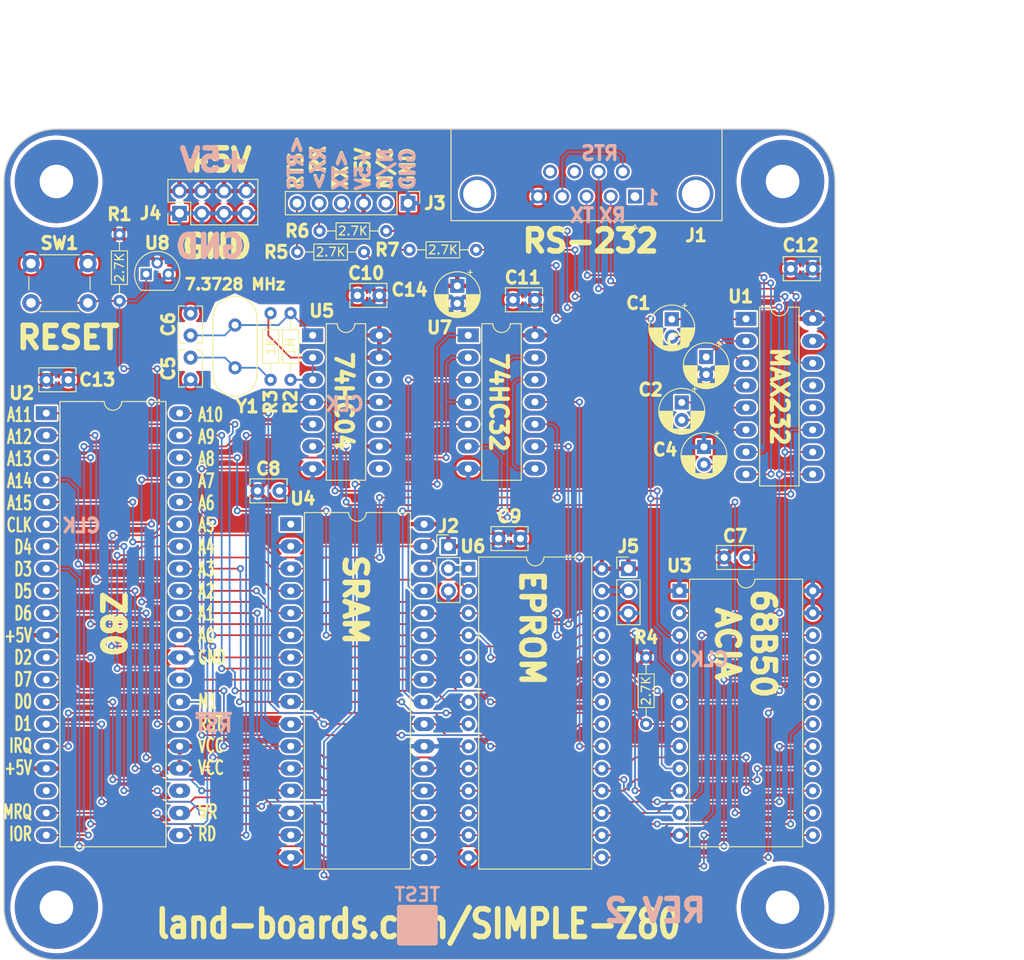
<source format=kicad_pcb>
(kicad_pcb (version 20221018) (generator pcbnew)
  (title_block (title "SIMPLE-Z80") (date "2023-03-02") (rev "2") (company "land-boards.com"))
  (layers (0 "F.Cu" signal) (31 "B.Cu" signal) (34 "B.Paste" user) (35 "F.Paste" user) (36 "B.SilkS" user "B.Silkscreen") (37 "F.SilkS" user "F.Silkscreen") (38 "B.Mask" user) (39 "F.Mask" user) (44 "Edge.Cuts" user))
  (net 0 "")
  (net 1 "GND")
  (net 2 "/CPUA11")
  (net 3 "/CPUA12")
  (net 4 "/CPUA13")
  (net 5 "/CPUA14")
  (net 6 "/CPUA15")
  (net 7 "/CPUD4")
  (net 8 "/CPUD3")
  (net 9 "/CPUD5")
  (net 10 "/CPUD6")
  (net 11 "/CPUA0")
  (net 12 "/CPUA1")
  (net 13 "/CPUD2")
  (net 14 "/CPUA2")
  (net 15 "/CPUD7")
  (net 16 "/CPUA3")
  (net 17 "/CPUD0")
  (net 18 "/CPUA4")
  (net 19 "/CPUD1")
  (net 20 "/CPUA5")
  (net 21 "/CPUA6")
  (net 22 "/CPUA7")
  (net 23 "/CPUA8")
  (net 24 "/CPUA9")
  (net 25 "/CPUA10")
  (net 26 "/CPUCLK")
  (net 27 "VCC")
  (net 28 "/~{CPURESB}")
  (net 29 "Net-(U1-C1+)")
  (net 30 "Net-(U1-C1-)")
  (net 31 "Net-(U1-C2+)")
  (net 32 "Net-(U1-C2-)")
  (net 33 "Net-(U1-VS+)")
  (net 34 "Net-(C6-Pad1)")
  (net 35 "Net-(C5-Pad1)")
  (net 36 "Net-(R2-Pad2)")
  (net 37 "/IRQ*")
  (net 38 "Net-(U1-VS-)")
  (net 39 "/UART_RX")
  (net 40 "/UART_TX")
  (net 41 "/RTS*")
  (net 44 "/EE_PIN1")
  (net 45 "/CPUMREQ*")
  (net 46 "/CPUIORQ*")
  (net 47 "/CPURD*")
  (net 48 "/CPUWR*")
  (net 51 "Net-(J1-Pad4)")
  (net 56 "/CPUM1")
  (net 57 "/F_TX")
  (net 58 "/F_RX")
  (net 59 "/RS_RX")
  (net 60 "/RS_TX")
  (net 61 "/RS_RTS*")
  (net 63 "/IORQ")
  (net 65 "/MEMRD*")
  (net 66 "/MEMWR*")
  (net 67 "/ROM0RAM1")
  (net 71 "Net-(U7-Pad12)")
  (net 72 "/EE_PIN27")
  (net 73 "/F-RTS*")
  (footprint "Connector_Dsub:DSUB-9_Male_Horizontal_P2.77x2.84mm_EdgePinOffset4.94mm_Housed_MountingHolesOffset7.48mm" (layer "F.Cu") (at 161.277 52.069844 180)
    (fp_text reference "J1")
    (fp_text value "DB9_Male")
  )
  (footprint "Package_DIP:DIP-16_W7.62mm_LongPads" (layer "F.Cu") (at 173.967 66.054844)
    (fp_text reference "U1")
    (fp_text value "MAX232")
  )
  (footprint "Capacitor_THT:C_Rect_L4.0mm_W2.5mm_P2.50mm" (layer "F.Cu") (at 120.642 85.729844 180)
    (fp_text reference "C8")
    (fp_text value "0.1uF")
  )
  (footprint "Resistor_THT:R_Axial_DIN0204_L3.6mm_D1.6mm_P7.62mm_Horizontal" (layer "F.Cu") (at 119.626 73.029844 90)
    (fp_text reference "R3")
    (fp_text value "1K")
  )
  (footprint "Resistor_THT:R_Axial_DIN0204_L3.6mm_D1.6mm_P7.62mm_Horizontal" (layer "F.Cu") (at 102.354 56.392844 -90)
    (fp_text reference "R1")
    (fp_text value "2.7K")
  )
  (footprint "Capacitor_THT:C_Rect_L4.0mm_W2.5mm_P2.50mm" (layer "F.Cu") (at 96.512 73.029844 180)
    (fp_text reference "C13")
    (fp_text value "0.1uF")
  )
  (footprint "LandBoards_MountHoles:MTG-6-32" (layer "F.Cu") (at 95.15 50.35)
    (fp_text reference "MTG1" hide)
    (fp_text value "MTG_HOLE" hide)
  )
  (footprint "Resistor_THT:R_Axial_DIN0204_L3.6mm_D1.6mm_P7.62mm_Horizontal" (layer "F.Cu") (at 162.552 104.779844 -90)
    (fp_text reference "R4")
    (fp_text value "2.7K")
  )
  (footprint "Capacitor_THT:C_Rect_L4.0mm_W2.5mm_P2.50mm" (layer "F.Cu") (at 129.56 63.373)
    (fp_text reference "C10")
    (fp_text value "0.1uF")
  )
  (footprint "Resistor_THT:R_Axial_DIN0204_L3.6mm_D1.6mm_P7.62mm_Horizontal" (layer "F.Cu") (at 130.302 58.42 180)
    (fp_text reference "R5")
    (fp_text value "2.7K")
  )
  (footprint "Package_DIP:DIP-14_W7.62mm_LongPads" (layer "F.Cu") (at 124.437 67.944844)
    (fp_text reference "U5")
    (fp_text value "74HCT04")
  )
  (footprint "Connector_PinHeader_2.54mm:PinHeader_2x04_P2.54mm_Vertical" (layer "F.Cu") (at 109.222 53.984844 90)
    (fp_text reference "J4")
    (fp_text value "HEADER, STRT, 2X4")
  )
  (footprint "Capacitor_THT:C_Rect_L4.0mm_W2.5mm_P2.50mm" (layer "F.Cu") (at 148.189 91.186 180)
    (fp_text reference "C9")
    (fp_text value "0.1uF")
  )
  (footprint "LandBoards_Marking:TEST_BLK-REAR" (layer "F.Cu") (at 136.4 135.4)
    (fp_text reference "TEST")
    (fp_text value "COUPON" hide)
  )
  (footprint "Capacitor_THT:C_Rect_L4.0mm_W2.5mm_P2.50mm" (layer "F.Cu") (at 110.482 70.489844 -90)
    (fp_text reference "C5")
    (fp_text value "22pF")
  )
  (footprint "Package_DIP:DIP-40_W15.24mm_LongPads" (layer "F.Cu") (at 93.992 76.844844)
    (fp_text reference "U2")
    (fp_text value "Z80CPU")
  )
  (footprint "Capacitor_THT:CP_Radial_D5.0mm_P2.00mm" (layer "F.Cu") (at 165.481 66.100888 -90)
    (fp_text reference "C1")
    (fp_text value "1uF")
  )
  (footprint "Capacitor_THT:C_Rect_L4.0mm_W2.5mm_P2.50mm" (layer "F.Cu") (at 110.482 67.949844 90)
    (fp_text reference "C6")
    (fp_text value "22pF")
  )
  (footprint "Package_DIP:DIP-24_W15.24mm" (layer "F.Cu") (at 166.362 97.159844)
    (fp_text reference "U3")
    (fp_text value "MC68B50")
  )
  (footprint "Capacitor_THT:CP_Radial_D5.0mm_P2.00mm" (layer "F.Cu") (at 166.624 75.625888 -90)
    (fp_text reference "C2")
    (fp_text value "1uF")
  )
  (footprint "Capacitor_THT:C_Rect_L4.0mm_W2.5mm_P2.50mm" (layer "F.Cu") (at 179.09 60.325)
    (fp_text reference "C12")
    (fp_text value "0.1uF")
  )
  (footprint "LandBoards_MountHoles:MTG-6-32" (layer "F.Cu") (at 95.15 133.35)
    (fp_text reference "MTG3" hide)
    (fp_text value "MTG_HOLE" hide)
  )
  (footprint "Connector_PinHeader_2.54mm:PinHeader_1x06_P2.54mm_Vertical" (layer "F.Cu") (at 135.342 52.829844 -90)
    (fp_text reference "J3")
    (fp_text value "HEADER, STRT, 1X6")
  )
  (footprint "Package_TO_SOT_THT:TO-92" (layer "F.Cu") (at 105.402 60.943844)
    (fp_text reference "U8")
    (fp_text value "DS1813-5 (OPT)")
  )
  (footprint "Package_DIP:DIP-32_W15.24mm_LongPads" (layer "F.Cu") (at 121.932 89.539844)
    (fp_text reference "U4")
    (fp_text value "AS6C1008-55PCN")
  )
  (footprint "Button_Switch_THT:SW_PUSH_6mm_H8.5mm" (layer "F.Cu") (at 92.246 59.730844)
    (fp_text reference "SW1")
    (fp_text value "PUSHBUTTON, 6MM")
  )
  (footprint "Package_DIP:DIP-28_W15.24mm" (layer "F.Cu") (at 142.252 94.629844)
    (fp_text reference "U6")
    (fp_text value "27C512")
  )
  (footprint "LandBoards_MountHoles:MTG-6-32" (layer "F.Cu") (at 178.15 50.35)
    (fp_text reference "MTG4" hide)
    (fp_text value "MTG_HOLE" hide)
  )
  (footprint "Capacitor_THT:C_Rect_L4.0mm_W2.5mm_P2.50mm" (layer "F.Cu") (at 147.34 63.881)
    (fp_text reference "C11")
    (fp_text value "0.1uF")
  )
  (footprint "Resistor_THT:R_Axial_DIN0204_L3.6mm_D1.6mm_P7.62mm_Horizontal" (layer "F.Cu") (at 143.129 58.166 180)
    (fp_text reference "R7")
    (fp_text value "2.7K")
  )
  (footprint "Connector_PinHeader_2.54mm:PinHeader_1x03_P2.54mm_Vertical" (layer "F.Cu") (at 139.954 92.09)
    (fp_text reference "J2")
    (fp_text value "JUMPER (1X3)")
  )
  (footprint "LandBoards_MountHoles:MTG-6-32" (layer "F.Cu") (at 178.15 133.35)
    (fp_text reference "MTG2" hide)
    (fp_text value "MTG_HOLE" hide)
  )
  (footprint "Capacitor_THT:CP_Radial_D5.0mm_P2.00mm" (layer "F.Cu") (at 140.97 62.290888 -90)
    (fp_text reference "C14")
    (fp_text value "47uF")
  )
  (footprint "Capacitor_THT:CP_Radial_D5.0mm_P2.00mm" (layer "F.Cu") (at 169.164 80.705888 -90)
    (fp_text reference "C4")
    (fp_text value "1uF")
  )
  (footprint "Resistor_THT:R_Axial_DIN0204_L3.6mm_D1.6mm_P7.62mm_Horizontal" (layer "F.Cu") (at 121.912 65.409844 -90)
    (fp_text reference "R2")
    (fp_text value "1M")
  )
  (footprint "Package_DIP:DIP-14_W7.62mm_LongPads" (layer "F.Cu") (at 142.217 67.944844)
    (fp_text reference "U7")
    (fp_text value "74HC32")
  )
  (footprint "Resistor_THT:R_Axial_DIN0204_L3.6mm_D1.6mm_P7.62mm_Horizontal" (layer "F.Cu") (at 132.842 56.007 180)
    (fp_text reference "R6")
    (fp_text value "2.7K")
  )
  (footprint "Crystal:Crystal_HC49-4H_Vertical" (layer "F.Cu") (at 115.562 66.769844 -90)
    (fp_text reference "Y1")
    (fp_text value "7.3728 MHz")
  )
  (footprint "Capacitor_THT:C_Rect_L4.0mm_W2.5mm_P2.50mm" (layer "F.Cu") (at 173.982 93.349844 180)
    (fp_text reference "C7")
    (fp_text value "0.1uF")
  )
  (footprint "Connector_PinHeader_2.54mm:PinHeader_1x03_P2.54mm_Vertical" (layer "F.Cu") (at 160.528 94.63)
    (fp_text reference "J5")
    (fp_text value "JUMPER (1X3)")
  )
  (footprint "Capacitor_THT:CP_Radial_D5.0mm_P2.00mm" (layer "F.Cu") (at 169.418 70.418888 -90)
    (fp_text reference "C3")
    (fp_text value "1uF")
  )
  (gr_line (start 178.15 139.35) (end 95.15 139.35) (stroke (width 0.15)) (layer "Edge.Cuts"))
  (gr_arc (start 89.15 50.35) (mid 90.907359 46.107359) (end 95.15 44.35) (stroke (width 0.15)) (layer "Edge.Cuts"))
  (gr_line (start 95.15 44.35) (end 178.15 44.35) (stroke (width 0.15)) (layer "Edge.Cuts"))
  (gr_arc (start 178.15 44.35) (mid 182.392641 46.107359) (end 184.15 50.35) (stroke (width 0.15)) (layer "Edge.Cuts"))
  (gr_arc (start 184.15 133.35) (mid 182.392641 137.592641) (end 178.15 139.35) (stroke (width 0.15)) (layer "Edge.Cuts"))
  (gr_line (start 184.15 50.35) (end 184.15 133.35) (stroke (width 0.15)) (layer "Edge.Cuts"))
  (gr_arc (start 95.15 139.35) (mid 90.907359 137.592641) (end 89.15 133.35) (stroke (width 0.15)) (layer "Edge.Cuts"))
  (gr_line (start 89.15 133.35) (end 89.15 50.35) (stroke (width 0.15)) (layer "Edge.Cuts"))
  (gr_text "RTS" (at 154.932 47.121844) (layer "B.SilkS") (effects (font (size 1.5875 1.524) (thickness 0.381)) (justify right mirror)))
  (gr_text "+5V" (at 117.5 47.9) (layer "B.SilkS") (effects (font (size 2.54 2.54) (thickness 0.635)) (justify left mirror)))
  (gr_text "TX" (at 153.662 54.233844) (layer "B.SilkS") (effects (font (size 1.5875 1.524) (thickness 0.381)) (justify right mirror)))
  (gr_text "<RTS\nRX>\n<TX\n+5V\nN/C\nGND" (at 128.905 51.562 90) (layer "B.SilkS") (effects (font (size 1.5875 1.524) (thickness 0.381)) (justify right mirror)))
  (gr_text "~{RST}" (at 110.8 112.5) (layer "B.SilkS") (effects (font (size 1.5875 1.524) (thickness 0.381)) (justify right mirror)))
  (gr_text "CLK" (at 167.386 105) (layer "B.SilkS") (effects (font (size 1.5875 1.524) (thickness 0.381)) (justify right mirror)))
  (gr_text "RX" (at 156.964 54.233844) (layer "B.SilkS") (effects (font (size 1.5875 1.524) (thickness 0.381)) (justify right mirror)))
  (gr_text "CLK" (at 125.7 75.8) (layer "B.SilkS") (effects (font (size 1.5875 1.524) (thickness 0.381)) (justify right mirror)))
  (gr_text "REV 2" (at 157.472 133.735844) (layer "B.SilkS") (effects (font (size 2.54 2.54) (thickness 0.635)) (justify right mirror)))
  (gr_text "GND" (at 117 57.8) (layer "B.SilkS") (effects (font (size 2.54 2.54) (thickness 0.635)) (justify left mirror)))
  (gr_text "1" (at 162.298 52.201844) (layer "B.SilkS") (effects (font (size 1.5875 1.524) (thickness 0.381)) (justify right mirror)))
  (gr_text "CLK" (at 95.6 89.7) (layer "B.SilkS") (effects (font (size 1.5875 1.524) (thickness 0.381)) (justify right mirror)))
  (gr_text "74HC04" (at 128 75.5 270) (layer "F.SilkS") (effects (font (size 1.905 1.905) (thickness 0.47625))))
  (gr_text "land-boards.com/SIMPLE-Z80" (at 136.517 135.259844) (layer "F.SilkS") (effects (font (size 3.175 2.54) (thickness 0.635))))
  (gr_text "74HC32" (at 145.7 75.6 270) (layer "F.SilkS") (effects (font (size 1.905 1.905) (thickness 0.47625))))
  (gr_text "SRAM" (at 129.3 98.2 270) (layer "F.SilkS") (effects (font (size 2.54 2.54) (thickness 0.635))))
  (gr_text "7.3728 MHz" (at 115.562 62.107844) (layer "F.SilkS") (effects (font (size 1.27 1.27) (thickness 0.3175))))
  (gr_text "RS-232" (at 156.202 57.154844) (layer "F.SilkS") (effects (font (size 2.54 2.54) (thickness 0.635))))
  (gr_text "GND" (at 109.212 57.789844) (layer "F.SilkS") (effects (font (size 2.54 2.54) (thickness 0.635)) (justify left)))
  (gr_text "EPROM" (at 149.5 101.4 270) (layer "F.SilkS") (effects (font (size 2.54 2.54) (thickness 0.635))))
  (gr_text "MAX232" (at 177.792 74.934844 270) (layer "F.SilkS") (effects (font (size 1.905 1.905) (thickness 0.47625))))
  (gr_text "+5V" (at 109.2 47.9) (layer "F.SilkS") (effects (font (size 2.54 2.54) (thickness 0.635)) (justify left)))
  (gr_text "68B50\nACIA" (at 173.9 103.2 270) (layer "F.SilkS") (effects (font (size 2.54 2.54) (thickness 0.635))))
  (gr_text "Z80" (at 101.592 100.969844 270) (layer "F.SilkS") (effects (font (size 2.54 2.54) (thickness 0.635))))
  (gr_text "RTS>\n<RX\nTX>\n+5V\nN/C\nGND" (at 128.897 51.439844 90) (layer "F.SilkS") (effects (font (size 1.5875 1.524) (thickness 0.381)) (justify left)))
  (gr_text "A11\nA12\nA13\nA14\nA15\nCLK\nD4\nD3\nD5\nD6\n+5V\nD2\nD7\nD0\nD1\nIRQ\n+5V\n\nMRQ\nIOR" (at 92.5 101) (layer "F.SilkS") (effects (font (size 1.56718 1.016) (thickness 0.254)) (justify right)))
  (gr_text "RESET" (at 96.5 68.2) (layer "F.SilkS") (effects (font (size 2.54 2.54) (thickness 0.635))))
  (gr_text "A10\nA9\nA8\nA7\nA6\nA5\nA4\nA3\nA2\nA1\nA0\nGND\n\nM1\nRST\nVCC\nVCC\n\nWR\nRD" (at 111.2 101) (layer "F.SilkS") (effects (font (size 1.56718 1.016) (thickness 0.254)) (justify left)))
  (segment (start 154.942 107.329844) (end 157.492 107.329844) (width 0.2032) (layer "F.Cu") (net 2))
  (segment (start 124.452 108.589844) (end 115.562 108.589844) (width 0.2032) (layer "F.Cu") (net 2))
  (segment (start 125.722 107.319844) (end 124.452 108.589844) (width 0.2032) (layer "F.Cu") (net 2))
  (segment (start 138.93 107.827844) (end 140.2 107.827844) (width 0.2032) (layer "F.Cu") (net 2))
  (segment (start 140.2 107.827844) (end 140.962 108.589844) (width 0.2032) (layer "F.Cu") (net 2))
  (segment (start 137.172 107.319844) (end 138.422 107.319844) (width 0.2032) (layer "F.Cu") (net 2))
  (segment (start 115.562 78.109844) (end 97.782 78.109844) (width 0.2032) (layer "F.Cu") (net 2))
  (segment (start 153.662 108.589844) (end 154.932 107.319844) (width 0.2032) (layer "F.Cu") (net 2))
  (segment (start 140.962 108.589844) (end 153.662 108.589844) (width 0.2032) (layer "F.Cu") (net 2))
  (segment (start 96.507 76.844844) (end 93.992 76.844844) (width 0.2032) (layer "F.Cu") (net 2))
  (segment (start 97.782 78.109844) (end 96.512 76.839844) (width 0.2032) (layer "F.Cu") (net 2))
  (segment (start 138.422 107.319844) (end 138.93 107.827844) (width 0.2032) (layer "F.Cu") (net 2))
  (segment (start 137.172 107.319844) (end 125.722 107.319844) (width 0.2032) (layer "F.Cu") (net 2))
  (segment (start 96.512 76.839844) (end 96.507 76.844844) (width 0.2032) (layer "F.Cu") (net 2))
  (segment (start 154.932 107.319844) (end 154.942 107.329844) (width 0.2032) (layer "F.Cu") (net 2))
  (via (at 115.562 108.589844) (size 0.8) (drill 0.4) (layers "F.Cu" "B.Cu") (net 2))
  (via (at 115.562 78.109844) (size 0.8) (drill 0.4) (layers "F.Cu" "B.Cu") (net 2))
  (segment (start 115.562 78.109844) (end 115.308 78.363844) (width 0.2032) (layer "B.Cu") (net 2))
  (segment (start 115.562 108.589844) (end 115.562 106.520822) (width 0.2032) (layer "B.Cu") (net 2))
  (segment (start 115.308 79.125844) (end 114.945511 79.488333) (width 0.2032) (layer "B.Cu") (net 2))
  (segment (start 115.562 106.520822) (end 114.945511 105.904333) (width 0.2032) (layer "B.Cu") (net 2))
  (segment (start 114.945511 79.488333) (end 114.945511 105.904333) (width 0.2032) (layer "B.Cu") (net 2))
  (segment (start 115.308 78.363844) (end 115.308 79.125844) (width 0.2032) (layer "B.Cu") (net 2))
  (segment (start 140.967156 95.885) (end 142.252 97.169844) (width 0.2032) (layer "F.Cu") (net 3))
  (segment (start 99.56 79.379844) (end 99.555 79.384844) (width 0.2032) (layer "F.Cu") (net 3))
  (segment (start 121.932 97.159844) (end 119.88 97.159844) (width 0.2032) (layer "F.Cu") (net 3))
  (segment (start 137.541 95.885) (end 140.967156 95.885) (width 0.2032) (layer "F.Cu") (net 3))
  (segment (start 99.56 95.889844) (end 118.61 95.889844) (width 0.2032) (layer "F.Cu") (net 3))
  (segment (start 137.536156 95.889844) (end 125.722 95.889844) (width 0.2032) (layer "F.Cu") (net 3))
  (segment (start 125.722 95.889844) (end 124.452 97.159844) (width 0.2032) (layer "F.Cu") (net 3))
  (segment (start 124.452 97.159844) (end 121.932 97.159844) (width 0.2032) (layer "F.Cu") (net 3))
  (segment (start 99.555 79.384844) (end 93.992 79.384844) (width 0.2032) (layer "F.Cu") (net 3))
  (segment (start 137.536156 95.889844) (end 137.541 95.885) (width 0.2032) (layer "F.Cu") (net 3))
  (segment (start 118.61 95.889844) (end 119.88 97.159844) (width 0.2032) (layer "F.Cu") (net 3))
  (via (at 99.7055 95.889844) (size 0.8) (drill 0.4) (layers "F.Cu" "B.Cu") (net 3))
  (via (at 99.56 79.379844) (size 0.8) (drill 0.4) (layers "F.Cu" "B.Cu") (net 3))
  (segment (start 99.7055 79.525344) (end 99.56 79.379844) (width 0.2032) (layer "B.Cu") (net 3))
  (segment (start 99.7055 95.889844) (end 99.7055 79.525344) (width 0.2032) (layer "B.Cu") (net 3))
  (segment (start 125.722 99.699844) (end 124.452 100.969844) (width 0.2032) (layer "F.Cu") (net 4))
  (segment (start 137.172 99.699844) (end 125.722 99.699844) (width 0.2032) (layer "F.Cu") (net 4))
  (segment (start 153.657 80.644844) (end 153.662 80.649844) (width 0.2032) (layer "F.Cu") (net 4))
  (segment (start 99.052 81.919844) (end 99.047 81.924844) (width 0.2032) (layer "F.Cu") (net 4))
  (segment (start 99.052 100.969844) (end 124.452 100.969844) (width 0.2032) (layer "F.Cu") (net 4))
  (segment (start 153.662 100.969844) (end 154.932 99.699844) (width 0.2032) (layer "F.Cu") (net 4))
  (segment (start 149.837 80.644844) (end 153.657 80.644844) (width 0.2032) (layer "F.Cu") (net 4))
  (segment (start 137.172 99.699844) (end 138.422 99.699844) (width 0.2032) (layer "F.Cu") (net 4))
  (segment (start 99.047 81.924844) (end 93.992 81.924844) (width 0.2032) (layer "F.Cu") (net 4))
  (segment (start 154.932 99.699844) (end 154.942 99.709844) (width 0.2032) (layer "F.Cu") (net 4))
  (segment (start 139.692 100.969844) (end 153.662 100.969844) (width 0.2032) (layer "F.Cu") (net 4))
  (segment (start 138.422 99.699844) (end 139.692 100.969844) (width 0.2032) (layer "F.Cu") (net 4))
  (segment (start 154.942 99.709844) (end 157.492 99.709844) (width 0.2032) (layer "F.Cu") (net 4))
  (via (at 99.052 81.919844) (size 0.8) (drill 0.4) (layers "F.Cu" "B.Cu") (net 4))
  (via (at 153.662 80.649844) (size 0.8) (drill 0.4) (layers "F.Cu" "B.Cu") (net 4))
  (via (at 99.052 100.969844) (size 0.8) (drill 0.4) (layers "F.Cu" "B.Cu") (net 4))
  (via (at 153.662 100.969844) (size 0.8) (drill 0.4) (layers "F.Cu" "B.Cu") (net 4))
  (segment (start 99.052 100.969844) (end 99.052 81.919844) (width 0.2032) (layer "B.Cu") (net 4))
  (segment (start 153.662 100.969844) (end 153.662 80.649844) (width 0.2032) (layer "B.Cu") (net 4))
  (segment (start 97.782 94.111844) (end 97.6365 94.111844) (width 0.2032) (layer "F.Cu") (net 5))
  (segment (start 124.452 94.619844) (end 125.722 93.349844) (width 0.2032) (layer "F.Cu") (net 5))
  (segment (start 119.88 94.619844) (end 124.452 94.619844) (width 0.2032) (layer "F.Cu") (net 5))
  (segment (start 118.61 93.349844) (end 119.88 94.619844) (width 0.2032) (layer "F.Cu") (net 5))
  (segment (start 98.036 94.365844) (end 97.782 94.111844) (width 0.2032) (layer "F.Cu") (net 5))
  (segment (start 103.37 94.365844) (end 98.036 94.365844) (width 0.2032) (layer "F.Cu") (net 5))
  (segment (start 118.61 93.349844) (end 104.386 93.349844) (width 0.2032) (layer "F.Cu") (net 5))
  (segment (start 132.08 86.487) (end 152.4 86.487) (width 0.2032) (layer "F.Cu") (net 5))
  (segment (start 125.722 93.349844) (end 132.084844 93.349844) (width 0.2032) (layer "F.Cu") (net 5))
  (segment (start 104.386 93.349844) (end 103.37 94.365844) (width 0.2032) (layer "F.Cu") (net 5))
  (via (at 132.08 86.487) (size 0.8) (drill 0.4) (layers "F.Cu" "B.Cu") (net 5))
  (via (at 97.6365 94.111844) (size 0.8) (drill 0.4) (layers "F.Cu" "B.Cu") (net 5))
  (via (at 132.084844 93.349844) (size 0.8) (drill 0.4) (layers "F.Cu" "B.Cu") (net 5))
  (via (at 152.4 86.487) (size 0.8) (drill 0.4) (layers "F.Cu" "B.Cu") (net 5))
  (segment (start 97.6365 94.111844) (end 97.6365 85.584344) (width 0.2032) (layer "B.Cu") (net 5))
  (segment (start 96.517 84.464844) (end 93.992 84.464844) (width 0.2032) (layer "B.Cu") (net 5))
  (segment (start 151.879 78.104844) (end 149.837 78.104844) (width 0.2032) (layer "B.Cu") (net 5))
  (segment (start 152.392 78.617844) (end 151.879 78.104844) (width 0.2032) (layer "B.Cu") (net 5))
  (segment (start 97.6365 85.584344) (end 96.517 84.464844) (width 0.2032) (layer "B.Cu") (net 5))
  (segment (start 132.08 86.487) (end 132.08 93.345) (width 0.2032) (layer "B.Cu") (net 5))
  (segment (start 152.392 78.617844) (end 152.392 86.479) (width 0.2032) (layer "B.Cu") (net 5))
  (segment (start 152.392 86.479) (end 152.4 86.487) (width 0.2032) (layer "B.Cu") (net 5))
  (segment (start 132.08 93.345) (end 132.084844 93.349844) (width 0.2032) (layer "B.Cu") (net 5))
  (segment (start 146.6955 88.7625) (end 140.489344 88.7625) (width 0.2032) (layer "F.Cu") (net 6))
  (segment (start 117.594 90.809844) (end 120.134 93.349844) (width 0.2032) (layer "F.Cu") (net 6))
  (segment (start 105.904216 91.571844) (end 106.666216 90.809844) (width 0.2032) (layer "F.Cu") (net 6))
  (segment (start 124.706 92.079844) (end 123.436 93.349844) (width 0.2032) (layer "F.Cu") (net 6))
  (segment (start 120.134 93.349844) (end 123.436 93.349844) (width 0.2032) (layer "F.Cu") (net 6))
  (segment (start 117.594 90.809844) (end 106.666216 90.809844) (width 0.2032) (layer "F.Cu") (net 6))
  (segment (start 93.992 87.004844) (end 103.873 87.004844) (width 0.2032) (layer "F.Cu") (net 6))
  (segment (start 103.873 87.004844) (end 103.878 86.999844) (width 0.2032) (layer "F.Cu") (net 6))
  (segment (start 137.172 92.079844) (end 124.706 92.079844) (width 0.2032) (layer "F.Cu") (net 6))
  (segment (start 105.904216 91.571844) (end 103.878 91.571844) (width 0.2032) (layer "F.Cu") (net 6))
  (segment (start 137.172 92.079844) (end 140.489344 88.7625) (width 0.2032) (layer "F.Cu") (net 6))
  (via (at 103.878 86.999844) (size 0.8) (drill 0.4) (layers "F.Cu" "B.Cu") (net 6))
  (via (at 103.878 91.571844) (size 0.8) (drill 0.4) (layers "F.Cu" "B.Cu") (net 6))
  (via (at 146.6955 88.7625) (size 0.8) (drill 0.4) (layers "F.Cu" "B.Cu") (net 6))
  (segment (start 149.837 70.484844) (end 147.317 70.484844) (width 0.2032) (layer "B.Cu") (net 6))
  (segment (start 103.878 91.571844) (end 103.878 86.999844) (width 0.2032) (layer "B.Cu") (net 6))
  (segment (start 147.317 70.484844) (end 146.6955 71.106344) (width 0.2032) (layer "B.Cu") (net 6))
  (segment (start 146.6955 71.106344) (end 146.6955 88.7625) (width 0.2032) (layer "B.Cu") (net 6))
  (segment (start 153.662 123.829844) (end 154.942 125.109844) (width 0.2032) (layer "F.Cu") (net 7))
  (segment (start 111.752 122.559844) (end 119.372 122.559844) (width 0.2032) (layer "F.Cu") (net 7))
  (segment (start 93.992 92.084844) (end 102.857 92.084844) (width 0.2032) (layer "F.Cu") (net 7))
  (segment (start 120.642 123.829844) (end 119.372 122.559844) (width 0.2032) (layer "F.Cu") (net 7))
  (segment (start 124.452 123.829844) (end 120.642 123.829844) (width 0.2032) (layer "F.Cu") (net 7))
  (segment (start 165.092 123.829844) (end 179.062 123.829844) (width 0.2032) (layer "F.Cu") (net 7))
  (segment (start 106.672 120.019844) (end 102.862 120.019844) (width 0.2032) (layer "F.Cu") (net 7))
  (segment (start 163.812 125.109844) (end 165.092 123.829844) (width 0.2032) (layer "F.Cu") (net 7))
  (segment (start 137.172 125.099844) (end 125.722 125.099844) (width 0.2032) (layer "F.Cu") (net 7))
  (segment (start 139.692 123.829844) (end 153.662 123.829844) (width 0.2032) (layer "F.Cu") (net 7))
  (segment (start 125.722 125.099844) (end 124.452 123.829844) (width 0.2032) (layer "F.Cu") (net 7))
  (segment (start 137.172 125.099844) (end 138.422 125.099844) (width 0.2032) (layer "F.Cu") (net 7))
  (segment (start 154.942 125.109844) (end 157.492 125.109844) (width 0.2032) (layer "F.Cu") (net 7))
  (segment (start 102.857 92.084844) (end 102.862 92.079844) (width 0.2032) (layer "F.Cu") (net 7))
  (segment (start 157.492 125.109844) (end 163.812 125.109844) (width 0.2032) (layer "F.Cu") (net 7))
  (segment (start 138.422 125.099844) (end 139.692 123.829844) (width 0.2032) (layer "F.Cu") (net 7))
  (via (at 111.752 122.559844) (size 0.8) (drill 0.4) (layers "F.Cu" "B.Cu") (net 7))
  (via (at 102.862 92.079844) (size 0.8) (drill 0.4) (layers "F.Cu" "B.Cu") (net 7))
  (via (at 102.862 120.019844) (size 0.8) (drill 0.4) (layers "F.Cu" "B.Cu") (net 7))
  (via (at 106.672 120.019844) (size 0.8) (drill 0.4) (layers "F.Cu" "B.Cu") (net 7))
  (via (at 179.062 123.829844) (size 0.8) (drill 0.4) (layers "F.Cu" "B.Cu") (net 7))
  (segment (start 107.942 121.289844) (end 106.672 120.019844) (width 0.2032) (layer "B.Cu") (net 7))
  (segment (start 110.482 121.289844) (end 107.942 121.289844) (width 0.2032) (layer "B.Cu") (net 7))
  (segment (start 179.062 123.829844) (end 179.062 113.669844) (width 0.2032) (layer "B.Cu") (net 7))
  (segment (start 180.332 112.399844) (end 181.602 112.399844) (width 0.2032) (layer "B.Cu") (net 7))
  (segment (start 102.862 120.019844) (end 102.862 92.079844) (width 0.2032) (layer "B.Cu") (net 7))
  (segment (start 111.752 122.559844) (end 110.482 121.289844) (width 0.2032) (layer "B.Cu") (net 7))
  (segment (start 179.062 113.669844) (end 180.332 112.399844) (width 0.2032) (layer "B.Cu") (net 7))
  (segment (start 124.452 126.369844) (end 125.722 127.639844) (width 0.2032) (layer "F.Cu") (net 8))
  (segment (start 181.602 109.859844) (end 177.792 109.859844) (width 0.2032) (layer "F.Cu") (net 8))
  (segment (start 125.722 127.639844) (end 137.172 127.639844) (width 0.2032) (layer "F.Cu") (net 8))
  (segment (start 137.172 127.639844) (end 138.422 127.639844) (width 0.2032) (layer "F.Cu") (net 8))
  (segment (start 153.662 126.369844) (end 154.942 127.649844) (width 0.2032) (layer "F.Cu") (net 8))
  (segment (start 157.492 127.649844) (end 176.512 127.649844) (width 0.2032) (layer "F.Cu") (net 8))
  (segment (start 177.792 109.859844) (end 176.522 111.129844) (width 0.2032) (layer "F.Cu") (net 8))
  (segment (start 97.782 126.369844) (end 124.452 126.369844) (width 0.2032) (layer "F.Cu") (net 8))
  (segment (start 154.942 127.649844) (end 157.492 127.649844) (width 0.2032) (layer "F.Cu") (net 8))
  (segment (start 139.692 126.369844) (end 153.662 126.369844) (width 0.2032) (layer "F.Cu") (net 8))
  (segment (start 138.422 127.639844) (end 139.692 126.369844) (width 0.2032) (layer "F.Cu") (net 8))
  (segment (start 176.512 127.649844) (end 176.522 127.639844) (width 0.2032) (layer "F.Cu") (net 8))
  (via (at 176.522 111.129844) (size 0.8) (drill 0.4) (layers "F.Cu" "B.Cu") (net 8))
  (via (at 97.782 126.369844) (size 0.8) (drill 0.4) (layers "F.Cu" "B.Cu") (net 8))
  (via (at 176.522 127.639844) (size 0.8) (drill 0.4) (layers "F.Cu" "B.Cu") (net 8))
  (segment (start 96.512 94.619844) (end 96.507 94.624844) (width 0.2032) (layer "B.Cu") (net 8))
  (segment (start 96.507 94.624844) (end 93.992 94.624844) (width 0.2032) (layer "B.Cu") (net 8))
  (segment (start 97.782 126.369844) (end 97.782 95.889844) (width 0.2032) (layer "B.Cu") (net 8))
  (segment (start 176.522 127.639844) (end 176.522 111.129844) (width 0.2032) (layer "B.Cu") (net 8))
  (segment (start 97.782 95.889844) (end 96.512 94.619844) (width 0.2032) (layer "B.Cu") (net 8))
  (segment (start 163.812 122.569844) (end 165.092 121.289844) (width 0.2032) (layer "F.Cu") (net 9))
  (segment (start 137.172 122.559844) (end 125.722 122.559844) (width 0.2032) (layer "F.Cu") (net 9))
  (segment (start 177.792 114.939844) (end 181.602 114.939844) (width 0.2032) (layer "F.Cu") (net 9))
  (segment (start 165.092 121.289844) (end 177.792 121.289844) (width 0.2032) (layer "F.Cu") (net 9))
  (segment (start 157.492 122.569844) (end 163.812 122.569844) (width 0.2032) (layer "F.Cu") (net 9))
  (segment (start 139.692 121.289844) (end 153.662 121.289844) (width 0.2032) (layer "F.Cu") (net 9))
  (segment (start 106.672 117.479844) (end 104.132 117.479844) (width 0.2032) (layer "F.Cu") (net 9))
  (segment (start 154.942 122.569844) (end 157.492 122.569844) (width 0.2032) (layer "F.Cu") (net 9))
  (segment (start 138.422 122.559844) (end 139.692 121.289844) (width 0.2032) (layer "F.Cu") (net 9))
  (segment (start 119.372 120.019844) (end 111.752 120.019844) (width 0.2032) (layer "F.Cu") (net 9))
  (segment (start 125.722 122.559844) (end 124.452 121.289844) (width 0.2032) (layer "F.Cu") (net 9))
  (segment (start 124.452 121.289844) (end 120.642 121.289844) (width 0.2032) (layer "F.Cu") (net 9))
  (segment (start 104.127 97.164844) (end 104.132 97.159844) (width 0.2032) (layer "F.Cu") (net 9))
  (segment (start 153.662 121.289844) (end 154.942 122.569844) (width 0.2032) (layer "F.Cu") (net 9))
  (segment (start 93.992 97.164844) (end 104.127 97.164844) (width 0.2032) (layer "F.Cu") (net 9))
  (segment (start 137.172 122.559844) (end 138.422 122.559844) (width 0.2032) (layer "F.Cu") (net 9))
  (segment (start 120.642 121.289844) (end 119.372 120.019844) (width 0.2032) (layer "F.Cu") (net 9))
  (via (at 104.132 97.159844) (size 0.8) (drill 0.4) (layers "F.Cu" "B.Cu") (net 9))
  (via (at 111.752 120.019844) (size 0.8) (drill 0.4) (layers "F.Cu" "B.Cu") (net 9))
  (via (at 177.792 114.939844) (size 0.8) (drill 0.4) (layers "F.Cu" "B.Cu") (net 9))
  (via (at 106.672 117.479844) (size 0.8) (drill 0.4) (layers "F.Cu" "B.Cu") (net 9))
  (via (at 104.132 117.479844) (size 0.8) (drill 0.4) (layers "F.Cu" "B.Cu") (net 9))
  (via (at 177.792 121.289844) (size 0.8) (drill 0.4) (layers "F.Cu" "B.Cu") (net 9))
  (segment (start 111.752 120.019844) (end 110.482 118.749844) (width 0.2032) (layer "B.Cu") (net 9))
  (segment (start 104.132 117.479844) (end 104.132 97.159844) (width 0.2032) (layer "B.Cu") (net 9))
  (segment (start 107.942 118.749844) (end 106.672 117.479844) (width 0.2032) (layer "B.Cu") (net 9))
  (segment (start 110.482 118.749844) (end 107.942 118.749844) (width 0.2032) (layer "B.Cu") (net 9))
  (segment (start 177.792 121.289844) (end 177.792 114.939844) (width 0.2032) (layer "B.Cu") (net 9))
  (segment (start 139.692 118.749844) (end 153.662 118.749844) (width 0.2032) (layer "F.Cu") (net 10))
  (segment (start 111.752 117.479844) (end 110.482 116.209844) (width 0.2032) (layer "F.Cu") (net 10))
  (segment (start 153.662 118.749844) (end 154.942 120.029844) (width 0.2032) (layer "F.Cu") (net 10))
  (segment (start 125.722 120.019844) (end 124.452 118.749844) (width 0.2032) (layer "F.Cu") (net 10))
  (segment (start 160.022 120.029844) (end 157.492 120.029844) (width 0.2032) (layer "F.Cu") (net 10))
  (segment (start 137.172 120.019844) (end 138.422 120.019844) (width 0.2032) (layer "F.Cu") (net 10))
  (segment (start 110.482 116.209844) (end 105.402 116.209844) (width 0.2032) (layer "F.Cu") (net 10))
  (segment (start 105.397 99.704844) (end 93.992 99.704844) (width 0.2032) (layer "F.Cu") (net 10))
  (segment (start 161.302 118.749844) (end 160.022 120.029844) (width 0.2032) (layer "F.Cu") (net 10))
  (segment (start 137.172 120.019844) (end 125.722 120.019844) (width 0.2032) (layer "F.Cu") (net 10))
  (segment (start 105.402 99.699844) (end 105.397 99.704844) (width 0.2032) (layer "F.Cu") (net 10))
  (segment (start 124.452 118.749844) (end 120.642 118.749844) (width 0.2032) (layer "F.Cu") (net 10))
  (segment (start 154.942 120.029844) (end 157.492 120.029844) (width 0.2032) (layer "F.Cu") (net 10))
  (segment (start 175.252 118.749844) (end 161.302 118.749844) (width 0.2032) (layer "F.Cu") (net 10))
  (segment (start 119.372 117.479844) (end 111.752 117.479844) (width 0.2032) (layer "F.Cu") (net 10))
  (segment (start 175.252 117.479844) (end 181.602 117.479844) (width 0.2032) (layer "F.Cu") (net 10))
  (segment (start 120.642 118.749844) (end 119.372 117.479844) (width 0.2032) (layer "F.Cu") (net 10))
  (segment (start 138.422 120.019844) (end 139.692 118.749844) (width 0.2032) (layer "F.Cu") (net 10))
  (via (at 175.252 118.749844) (size 0.8) (drill 0.4) (layers "F.Cu" "B.Cu") (net 10))
  (via (at 105.402 99.699844) (size 0.8) (drill 0.4) (layers "F.Cu" "B.Cu") (net 10))
  (via (at 105.402 116.209844) (size 0.8) (drill 0.4) (layers "F.Cu" "B.Cu") (net 10))
  (via (at 175.252 117.479844) (size 0.8) (drill 0.4) (layers "F.Cu" "B.Cu") (net 10))
  (segment (start 105.402 116.209844) (end 105.402 99.699844) (width 0.2032) (layer "B.Cu") (net 10))
  (segment (start 175.252 118.749844) (end 175.252 117.479844) (width 0.2032) (layer "B.Cu") (net 10))
  (segment (start 154.932 118.749844) (end 160.012 118.749844) (width 0.2032) (layer "F.Cu") (net 11))
  (segment (start 109.232 102.244844) (end 111.757 102.244844) (width 0.2032) (layer "F.Cu") (net 11))
  (segment (start 119.372 116.209844) (end 113.022 116.209844) (width 0.2032) (layer "F.Cu") (net 11))
  (segment (start 138.422 118.749844) (end 125.722 118.749844) (width 0.2032) (layer "F.Cu") (net 11))
  (segment (start 142.252 117.489844) (end 153.672 117.489844) (width 0.2032) (layer "F.Cu") (net 11))
  (segment (start 111.757 102.244844) (end 113.022 103.509844) (width 0.2032) (layer "F.Cu") (net 11))
  (segment (start 142.252 117.489844) (end 139.682 117.489844) (width 0.2032) (layer "F.Cu") (net 11))
  (segment (start 139.682 117.489844) (end 138.422 118.749844) (width 0.2032) (layer "F.Cu") (net 11))
  (segment (start 125.722 118.749844) (end 124.452 117.479844) (width 0.2032) (layer "F.Cu") (net 11))
  (segment (start 120.642 117.479844) (end 119.372 116.209844) (width 0.2032) (layer "F.Cu") (net 11))
  (segment (start 124.452 117.479844) (end 121.932 117.479844) (width 0.2032) (layer "F.Cu") (net 11))
  (segment (start 153.672 117.489844) (end 154.932 118.749844) (width 0.2032) (layer "F.Cu") (net 11))
  (segment (start 121.932 117.479844) (end 120.642 117.479844) (width 0.2032) (layer "F.Cu") (net 11))
  (via (at 113.022 116.209844) (size 0.8) (drill 0.4) (layers "F.Cu" "B.Cu") (net 11))
  (via (at 113.022 103.509844) (size 0.8) (drill 0.4) (layers "F.Cu" "B.Cu") (net 11))
  (via (at 160.012 118.749844) (size 0.8) (drill 0.4) (layers "F.Cu" "B.Cu") (net 11))
  (segment (start 113.022 116.209844) (end 113.022 103.509844) (width 0.2032) (layer "B.Cu") (net 11))
  (segment (start 166.362 122.559844) (end 162.552 122.559844) (width 0.2032) (layer "B.Cu") (net 11))
  (segment (start 162.552 122.559844) (end 160.012 120.019844) (width 0.2032) (layer "B.Cu") (net 11))
  (segment (start 160.012 120.019844) (end 160.012 118.749844) (width 0.2032) (layer "B.Cu") (net 11))
  (segment (start 142.252 114.949844) (end 139.682 114.949844) (width 0.2032) (layer "F.Cu") (net 12))
  (segment (start 118.097 99.704844) (end 118.102 99.699844) (width 0.2032) (layer "F.Cu") (net 12))
  (segment (start 124.452 114.939844) (end 121.932 114.939844) (width 0.2032) (layer "F.Cu") (net 12))
  (segment (start 109.232 99.704844) (end 118.097 99.704844) (width 0.2032) (layer "F.Cu") (net 12))
  (segment (start 139.682 114.949844) (end 138.422 116.209844) (width 0.2032) (layer "F.Cu") (net 12))
  (segment (start 125.722 116.209844) (end 124.452 114.939844) (width 0.2032) (layer "F.Cu") (net 12))
  (segment (start 138.422 116.209844) (end 125.722 116.209844) (width 0.2032) (layer "F.Cu") (net 12))
  (via (at 118.102 99.699844) (size 0.8) (drill 0.4) (layers "F.Cu" "B.Cu") (net 12))
  (segment (start 118.102 113.669844) (end 118.102 99.699844) (width 0.2032) (layer "B.Cu") (net 12))
  (segment (start 121.932 114.939844) (end 119.372 114.939844) (width 0.2032) (layer "B.Cu") (net 12))
  (segment (start 119.372 114.939844) (end 118.102 113.669844) (width 0.2032) (layer "B.Cu") (net 12))
  (segment (start 125.722 126.369844) (end 124.452 125.099844) (width 0.2032) (layer "F.Cu") (net 13))
  (segment (start 116.578 123.829844) (end 119.372 123.829844) (width 0.2032) (layer "F.Cu") (net 13))
  (segment (start 138.422 126.369844) (end 125.722 126.369844) (width 0.2032) (layer "F.Cu") (net 13))
  (segment (start 171.442 126.369844) (end 154.932 126.369844) (width 0.2032) (layer "F.Cu") (net 13))
  (segment (start 119.372 123.829844) (end 120.642 125.099844) (width 0.2032) (layer "F.Cu") (net 13))
  (segment (start 99.052 104.779844) (end 99.047 104.784844) (width 0.2032) (layer "F.Cu") (net 13))
  (segment (start 124.452 125.099844) (end 121.932 125.099844) (width 0.2032) (layer "F.Cu") (net 13))
  (segment (start 153.652 125.109844) (end 142.252 125.109844) (width 0.2032) (layer "F.Cu") (net 13))
  (segment (start 110.482 123.829844) (end 111.244 124.591844) (width 0.2032) (layer "F.Cu") (net 13))
  (segment (start 99.052 123.829844) (end 110.482 123.829844) (width 0.2032) (layer "F.Cu") (net 13))
  (segment (start 99.047 104.784844) (end 93.992 104.784844) (width 0.2032) (layer "F.Cu") (net 13))
  (segment (start 111.244 124.591844) (end 115.816 124.591844) (width 0.2032) (layer "F.Cu") (net 13))
  (segment (start 181.602 107.319844) (end 171.442 107.319844) (width 0.2032) (layer "F.Cu") (net 13))
  (segment (start 120.642 125.099844) (end 121.932 125.099844) (width 0.2032) (layer "F.Cu") (net 13))
  (segment (start 115.816 124.591844) (end 116.578 123.829844) (width 0.2032) (layer "F.Cu") (net 13))
  (segment (start 142.252 125.109844) (end 139.682 125.109844) (width 0.2032) (layer "F.Cu") (net 13))
  (segment (start 153.662 125.099844) (end 153.652 125.109844) (width 0.2032) (layer "F.Cu") (net 13))
  (segment (start 154.932 126.369844) (end 153.662 125.099844) (width 0.2032) (layer "F.Cu") (net 13))
  (segment (start 139.682 125.109844) (end 138.422 126.369844) (width 0.2032) (layer "F.Cu") (net 13))
  (via (at 99.052 123.829844) (size 0.8) (drill 0.4) (layers "F.Cu" "B.Cu") (net 13))
  (via (at 171.442 126.369844) (size 0.8) (drill 0.4) (layers "F.Cu" "B.Cu") (net 13))
  (via (at 171.442 107.319844) (size 0.8) (drill 0.4) (layers "F.Cu" "B.Cu") (net 13))
  (via (at 99.052 104.779844) (size 0.8) (drill 0.4) (layers "F.Cu" "B.Cu") (net 13))
  (segment (start 171.442 107.319844) (end 171.442 126.369844) (width 0.2032) (layer "B.Cu") (net 13))
  (segment (start 99.052 123.829844) (end 99.052 104.779844) (width 0.2032) (layer "B.Cu") (net 13))
  (segment (start 139.702 112.409844) (end 138.422 111.129844) (width 0.2032) (layer "F.Cu") (net 14))
  (segment (start 142.252 112.409844) (end 139.702 112.409844) (width 0.2032) (layer "F.Cu") (net 14))
  (segment (start 138.422 111.129844) (end 125.722 111.129844) (width 0.2032) (layer "F.Cu") (net 14))
  (segment (start 124.452 112.399844) (end 125.722 111.129844) (width 0.2032) (layer "F.Cu") (net 14))
  (segment (start 109.232 97.164844) (end 117.99588 97.164844) (width 0.2032) (layer "F.Cu") (net 14))
  (segment (start 121.932 112.399844) (end 124.452 112.399844) (width 0.2032) (layer "F.Cu") (net 14))
  (segment (start 117.99588 97.164844) (end 118.00088 97.159844) (width 0.2032) (layer "F.Cu") (net 14))
  (via (at 118.00088 97.159844) (size 0.8) (drill 0.4) (layers "F.Cu" "B.Cu") (net 14))
  (segment (start 119.01688 111.536724) (end 119.01688 98.175844) (width 0.2032) (layer "B.Cu") (net 14))
  (segment (start 119.88 112.399844) (end 119.01688 111.536724) (width 0.2032) (layer "B.Cu") (net 14))
  (segment (start 119.01688 98.175844) (end 118.00088 97.159844) (width 0.2032) (layer "B.Cu") (net 14))
  (segment (start 121.932 112.399844) (end 119.88 112.399844) (width 0.2032) (layer "B.Cu") (net 14))
  (segment (start 154.942 117.489844) (end 153.662 116.209844) (width 0.2032) (layer "F.Cu") (net 15))
  (segment (start 119.372 114.939844) (end 114.292 114.939844) (width 0.2032) (layer "F.Cu") (net 15))
  (segment (start 173.982 116.209844) (end 161.282 116.209844) (width 0.2032) (layer "F.Cu") (net 15))
  (segment (start 96.517 107.324844) (end 93.992 107.324844) (width 0.2032) (layer "F.Cu") (net 15))
  (segment (start 137.172 117.479844) (end 125.722 117.479844) (width 0.2032) (layer "F.Cu") (net 15))
  (segment (start 157.492 117.489844) (end 154.942 117.489844) (width 0.2032) (layer "F.Cu") (net 15))
  (segment (start 120.642 116.209844) (end 119.372 114.939844) (width 0.2032) (layer "F.Cu") (net 15))
  (segment (start 138.422 117.479844) (end 137.172 117.479844) (width 0.2032) (layer "F.Cu") (net 15))
  (segment (start 161.282 116.209844) (end 160.002 117.489844) (width 0.2032) (layer "F.Cu") (net 15))
  (segment (start 97.782 108.589844) (end 96.517 107.324844) (width 0.2032) (layer "F.Cu") (net 15))
  (segment (start 124.452 116.209844) (end 120.642 116.209844) (width 0.2032) (layer "F.Cu") (net 15))
  (segment (start 139.692 116.209844) (end 138.422 117.479844) (width 0.2032) (layer "F.Cu") (net 15))
  (segment (start 160.002 117.489844) (end 157.492 117.489844) (width 0.2032) (layer "F.Cu") (net 15))
  (segment (start 125.722 117.479844) (end 124.452 116.209844) (width 0.2032) (layer "F.Cu") (net 15))
  (segment (start 153.662 116.209844) (end 139.692 116.209844) (width 0.2032) (layer "F.Cu") (net 15))
  (segment (start 173.982 120.019844) (end 181.602 120.019844) (width 0.2032) (layer "F.Cu") (net 15))
  (segment (start 114.292 108.589844) (end 97.782 108.589844) (width 0.2032) (layer "F.Cu") (net 15))
  (via (at 173.982 116.209844) (size 0.8) (drill 0.4) (layers "F.Cu" "B.Cu") (net 15))
  (via (at 114.292 114.939844) (size 0.8) (drill 0.4) (layers "F.Cu" "B.Cu") (net 15))
  (via (at 114.292 108.589844) (size 0.8) (drill 0.4) (layers "F.Cu" "B.Cu") (net 15))
  (via (at 173.982 120.019844) (size 0.8) (drill 0.4) (layers "F.Cu" "B.Cu") (net 15))
  (segment (start 173.982 116.209844) (end 173.982 120.019844) (width 0.2032) (layer "B.Cu") (net 15))
  (segment (start 114.292 114.939844) (end 114.292 108.589844) (width 0.2032) (layer "B.Cu") (net 15))
  (segment (start 121.932 109.859844) (end 116.07 109.859844) (width 0.2032) (layer "F.Cu") (net 16))
  (segment (start 124.452 109.859844) (end 125.722 108.589844) (width 0.2032) (layer "F.Cu") (net 16))
  (segment (start 116.1735 94.624844) (end 116.1785 94.619844) (width 0.2032) (layer "F.Cu") (net 16))
  (segment (start 109.232 94.624844) (end 116.1735 94.624844) (width 0.2032) (layer "F.Cu") (net 16))
  (segment (start 139.702 109.869844) (end 138.422 108.589844) (width 0.2032) (layer "F.Cu") (net 16))
  (segment (start 138.422 108.589844) (end 125.722 108.589844) (width 0.2032) (layer "F.Cu") (net 16))
  (segment (start 121.932 109.859844) (end 124.452 109.859844) (width 0.2032) (layer "F.Cu") (net 16))
  (segment (start 142.252 109.869844) (end 139.702 109.869844) (width 0.2032) (layer "F.Cu") (net 16))
  (via (at 116.1785 94.619844) (size 0.8) (drill 0.4) (layers "F.Cu" "B.Cu") (net 16))
  (via (at 116.07 109.859844) (size 0.8) (drill 0.4) (layers "F.Cu" "B.Cu") (net 16))
  (segment (start 116.215511 109.714333) (end 116.07 109.859844) (width 0.2032) (layer "B.Cu") (net 16))
  (segment (start 116.215511 98.104355) (end 116.215511 109.714333) (width 0.2032) (layer "B.Cu") (net 16))
  (segment (start 116.1785 98.067344) (end 116.215511 98.104355) (width 0.2032) (layer "B.Cu") (net 16))
  (segment (start 116.1785 94.619844) (end 116.1785 98.067344) (width 0.2032) (layer "B.Cu") (net 16))
  (segment (start 138.422 121.289844) (end 139.682 120.029844) (width 0.2032) (layer "F.Cu") (net 17))
  (segment (start 181.602 102.239844) (end 168.902 102.239844) (width 0.2032) (layer "F.Cu") (net 17))
  (segment (start 154.932 121.289844) (end 153.662 120.019844) (width 0.2032) (layer "F.Cu") (net 17))
  (segment (start 120.642 120.019844) (end 119.372 118.749844) (width 0.2032) (layer "F.Cu") (net 17))
  (segment (start 101.587 109.864844) (end 101.592 109.859844) (width 0.2032) (layer "F.Cu") (net 17))
  (segment (start 121.932 120.019844) (end 124.452 120.019844) (width 0.2032) (layer "F.Cu") (net 17))
  (segment (start 124.452 120.019844) (end 124.96 120.527844) (width 0.2032) (layer "F.Cu") (net 17))
  (segment (start 93.992 109.864844) (end 101.587 109.864844) (width 0.2032) (layer "F.Cu") (net 17))
  (segment (start 153.652 120.029844) (end 142.252 120.029844) (width 0.2032) (layer "F.Cu") (net 17))
  (segment (start 119.372 118.749844) (end 101.592 118.749844) (width 0.2032) (layer "F.Cu") (net 17))
  (segment (start 139.682 120.029844) (end 142.252 120.029844) (width 0.2032) (layer "F.Cu") (net 17))
  (segment (start 128.77 120.527844) (end 129.532 121.289844) (width 0.2032) (layer "F.Cu") (net 17))
  (segment (start 129.532 121.289844) (end 138.422 121.289844) (width 0.2032) (layer "F.Cu") (net 17))
  (segment (start 163.822 121.289844) (end 154.932 121.289844) (width 0.2032) (layer "F.Cu") (net 17))
  (segment (start 153.662 120.019844) (end 153.652 120.029844) (width 0.2032) (layer "F.Cu") (net 17))
  (segment (start 124.96 120.527844) (end 128.77 120.527844) (width 0.2032) (layer "F.Cu") (net 17))
  (segment (start 121.932 120.019844) (end 120.642 120.019844) (width 0.2032) (layer "F.Cu") (net 17))
  (via (at 101.592 109.859844) (size 0.8) (drill 0.4) (layers "F.Cu" "B.Cu") (net 17))
  (via (at 101.592 118.749844) (size 0.8) (drill 0.4) (layers "F.Cu" "B.Cu") (net 17))
  (via (at 163.822 121.289844) (size 0.8) (drill 0.4) (layers "F.Cu" "B.Cu") (net 17))
  (via (at 168.902 102.239844) (size 0.8) (drill 0.4) (layers "F.Cu" "B.Cu") (net 17))
  (segment (start 168.902 120.019844) (end 167.632 121.289844) (width 0.2032) (layer "B.Cu") (net 17))
  (segment (start 101.592 118.749844) (end 101.592 109.859844) (width 0.2032) (layer "B.Cu") (net 17))
  (segment (start 168.902 102.239844) (end 168.902 120.019844) (width 0.2032) (layer "B.Cu") (net 17))
  (segment (start 167.632 121.289844) (end 163.822 121.289844) (width 0.2032) (layer "B.Cu") (net 17))
  (segment (start 110.736 106.049844) (end 102.1 106.049844) (width 0.2032) (layer "F.Cu") (net 18))
  (segment (start 124.452 107.319844) (end 121.932 107.319844) (width 0.2032) (layer "F.Cu") (net 18))
  (segment (start 138.422 106.049844) (end 125.722 106.049844) (width 0.2032) (layer "F.Cu") (net 18))
  (segment (start 142.252 107.329844) (end 139.702 107.329844) (width 0.2032) (layer "F.Cu") (net 18))
  (segment (start 109.232 92.084844) (end 104.889 92.084844) (width 0.2032) (layer "F.Cu") (net 18))
  (segment (start 139.702 107.329844) (end 138.422 106.049844) (width 0.2032) (layer "F.Cu") (net 18))
  (segment (start 125.722 106.049844) (end 124.452 107.319844) (width 0.2032) (layer "F.Cu") (net 18))
  (segment (start 112.006 107.319844) (end 110.736 106.049844) (width 0.2032) (layer "F.Cu") (net 18))
  (segment (start 104.889 92.084844) (end 103.878 93.095844) (width 0.2032) (layer "F.Cu") (net 18))
  (segment (start 103.878 93.095844) (end 102.1 93.095844) (width 0.2032) (layer "F.Cu") (net 18))
  (segment (start 121.932 107.319844) (end 112.006 107.319844) (width 0.2032) (layer "F.Cu") (net 18))
  (via (at 102.1 106.049844) (size 0.8) (drill 0.4) (layers "F.Cu" "B.Cu") (net 18))
  (via (at 102.1 93.095844) (size 0.8) (drill 0.4) (layers "F.Cu" "B.Cu") (net 18))
  (segment (start 102.1 106.049844) (end 102.1 93.095844) (width 0.2032) (layer "B.Cu") (net 18))
  (segment (start 93.992 112.404844) (end 100.317 112.404844) (width 0.2032) (layer "F.Cu") (net 19))
  (segment (start 139.682 122.569844) (end 138.422 123.829844) (width 0.2032) (layer "F.Cu") (net 19))
  (segment (start 100.317 112.404844) (end 100.322 112.399844) (width 0.2032) (layer "F.Cu") (net 19))
  (segment (start 120.642 122.559844) (end 121.932 122.559844) (width 0.2032) (layer "F.Cu") (net 19))
  (segment (start 118.864 120.781844) (end 120.642 122.559844) (width 0.2032) (layer "F.Cu") (net 19))
  (segment (start 170.172 104.779844) (end 181.602 104.779844) (width 0.2032) (layer "F.Cu") (net 19))
  (segment (start 110.99 120.781844) (end 118.864 120.781844) (width 0.2032) (layer "F.Cu") (net 19))
  (segment (start 124.452 122.559844) (end 121.932 122.559844) (width 0.2032) (layer "F.Cu") (net 19))
  (segment (start 154.932 123.829844) (end 163.822 123.829844) (width 0.2032) (layer "F.Cu") (net 19))
  (segment (start 153.672 122.569844) (end 154.932 123.829844) (width 0.2032) (layer "F.Cu") (net 19))
  (segment (start 110.482 121.289844) (end 110.99 120.781844) (width 0.2032) (layer "F.Cu") (net 19))
  (segment (start 138.422 123.829844) (end 125.722 123.829844) (width 0.2032) (layer "F.Cu") (net 19))
  (segment (start 100.322 121.289844) (end 110.482 121.289844) (width 0.2032) (layer "F.Cu") (net 19))
  (segment (start 153.652 122.569844) (end 153.672 122.569844) (width 0.2032) (layer "F.Cu") (net 19))
  (segment (start 142.252 122.569844) (end 153.652 122.569844) (width 0.2032) (layer "F.Cu") (net 19))
  (segment (start 125.722 123.829844) (end 124.452 122.559844) (width 0.2032) (layer "F.Cu") (net 19))
  (segment (start 142.252 122.569844) (end 139.682 122.569844) (width 0.2032) (layer "F.Cu") (net 19))
  (via (at 100.322 121.289844) (size 0.8) (drill 0.4) (layers "F.Cu" "B.Cu") (net 19))
  (via (at 163.822 123.829844) (size 0.8) (drill 0.4) (layers "F.Cu" "B.Cu") (net 19))
  (via (at 100.322 112.399844) (size 0.8) (drill 0.4) (layers "F.Cu" "B.Cu") (net 19))
  (via (at 170.172 104.779844) (size 0.8) (drill 0.4) (layers "F.Cu" "B.Cu") (net 19))
  (segment (start 163.822 123.829844) (end 168.902 123.829844) (width 0.2032) (layer "B.Cu") (net 19))
  (segment (start 170.172 122.559844) (end 170.172 104.779844) (width 0.2032) (layer "B.Cu") (net 19))
  (segment (start 100.322 121.289844) (end 100.322 112.399844) (width 0.2032) (layer "B.Cu") (net 19))
  (segment (start 168.902 123.829844) (end 170.172 122.559844) (width 0.2032) (layer "B.Cu") (net 19))
  (segment (start 107.434 89.539844) (end 107.439 89.544844) (width 0.2032) (layer "F.Cu") (net 20))
  (segment (start 138.422 103.509844) (end 125.722 103.509844) (width 0.2032) (layer "F.Cu") (net 20))
  (segment (start 125.722 103.509844) (end 124.452 104.779844) (width 0.2032) (layer "F.Cu") (net 20))
  (segment (start 101.592 90.809844) (end 106.164 90.809844) (width 0.2032) (layer "F.Cu") (net 20))
  (segment (start 112.26 104.779844) (end 121.932 104.779844) (width 0.2032) (layer "F.Cu") (net 20))
  (segment (start 142.252 104.789844) (end 139.702 104.789844) (width 0.2032) (layer "F.Cu") (net 20))
  (segment (start 139.702 104.789844) (end 138.422 103.509844) (width 0.2032) (layer "F.Cu") (net 20))
  (segment (start 106.164 90.809844) (end 107.434 89.539844) (width 0.2032) (layer "F.Cu") (net 20))
  (segment (start 124.452 104.779844) (end 121.932 104.779844) (width 0.2032) (layer "F.Cu") (net 20))
  (segment (start 107.439 89.544844) (end 109.232 89.544844) (width 0.2032) (layer "F.Cu") (net 20))
  (segment (start 101.4465 103.509844) (end 110.99 103.509844) (width 0.2032) (layer "F.Cu") (net 20))
  (segment (start 112.26 104.779844) (end 110.99 103.509844) (width 0.2032) (layer "F.Cu") (net 20))
  (via (at 101.4465 103.509844) (size 0.8) (drill 0.4) (layers "F.Cu" "B.Cu") (net 20))
  (via (at 101.592 90.809844) (size 0.8) (drill 0.4) (layers "F.Cu" "B.Cu") (net 20))
  (segment (start 101.4465 90.955344) (end 101.592 90.809844) (width 0.2032) (layer "B.Cu") (net 20))
  (segment (start 101.4465 103.509844) (end 101.4465 90.955344) (width 0.2032) (layer "B.Cu") (net 20))
  (segment (start 113.022 89.285844) (end 110.741 87.004844) (width 0.2032) (layer "F.Cu") (net 21))
  (segment (start 154.932 103.509844) (end 158.742 103.509844) (width 0.2032) (layer "F.Cu") (net 21))
  (segment (start 124.452 102.239844) (end 121.932 102.239844) (width 0.2032) (layer "F.Cu") (net 21))
  (segment (start 160.012 104.779844) (end 160.012 106.049844) (width 0.2032) (layer "F.Cu") (net 21))
  (segment (start 142.252 102.249844) (end 139.702 102.249844) (width 0.2032) (layer "F.Cu") (net 21))
  (segment (start 153.662 104.779844) (end 154.932 103.509844) (width 0.2032) (layer "F.Cu") (net 21))
  (segment (start 162.552 108.589844) (end 163.822 108.589844) (width 0.2032) (layer "F.Cu") (net 21))
  (segment (start 113.022 102.239844) (end 121.932 102.239844) (width 0.2032) (layer "F.Cu") (net 21))
  (segment (start 138.422 100.969844) (end 125.722 100.969844) (width 0.2032) (layer "F.Cu") (net 21))
  (segment (start 139.702 102.249844) (end 138.422 100.969844) (width 0.2032) (layer "F.Cu") (net 21))
  (segment (start 110.741 87.004844) (end 109.232 87.004844) (width 0.2032) (layer "F.Cu") (net 21))
  (segment (start 125.722 100.969844) (end 124.452 102.239844) (width 0.2032) (layer "F.Cu") (net 21))
  (segment (start 160.012 106.049844) (end 162.552 108.589844) (width 0.2032) (layer "F.Cu") (net 21))
  (segment (start 144.772 104.779844) (end 153.662 104.779844) (width 0.2032) (layer "F.Cu") (net 21))
  (segment (start 158.742 103.509844) (end 160.012 104.779844) (width 0.2032) (layer "F.Cu") (net 21))
  (via (at 113.022 89.285844) (size 0.8) (drill 0.4) (layers "F.Cu" "B.Cu") (net 21))
  (via (at 113.022 102.239844) (size 0.8) (drill 0.4) (layers "F.Cu" "B.Cu") (net 21))
  (via (at 144.772 104.779844) (size 0.8) (drill 0.4) (layers "F.Cu" "B.Cu") (net 21))
  (via (at 163.822 108.589844) (size 0.8) (drill 0.4) (layers "F.Cu" "B.Cu") (net 21))
  (segment (start 113.022 102.239844) (end 113.022 89.285844) (width 0.2032) (layer "B.Cu") (net 21))
  (segment (start 164.33 109.097844) (end 164.33 116.971844) (width 0.2032) (layer "B.Cu") (net 21))
  (segment (start 143.512 102.249844) (end 144.772 103.509844) (width 0.2032) (layer "B.Cu") (net 21))
  (segment (start 142.252 102.249844) (end 143.512 102.249844) (width 0.2032) (layer "B.Cu") (net 21))
  (segment (start 164.33 116.971844) (end 164.838 117.479844) (width 0.2032) (layer "B.Cu") (net 21))
  (segment (start 163.822 108.589844) (end 164.33 109.097844) (width 0.2032) (layer "B.Cu") (net 21))
  (segment (start 144.772 103.509844) (end 144.772 104.779844) (width 0.2032) (layer "B.Cu") (net 21))
  (segment (start 164.838 117.479844) (end 166.362 117.479844) (width 0.2032) (layer "B.Cu") (net 21))
  (segment (start 152.392 102.239844) (end 153.662 102.239844) (width 0.2032) (layer "F.Cu") (net 22))
  (segment (start 121.932 99.699844) (end 119.88 99.699844) (width 0.2032) (layer "F.Cu") (net 22))
  (segment (start 125.722 98.429844) (end 138.422 98.429844) (width 0.2032) (layer "F.Cu") (net 22))
  (segment (start 121.932 99.699844) (end 124.452 99.699844) (width 0.2032) (layer "F.Cu") (net 22))
  (segment (start 138.422 98.429844) (end 139.702 99.709844) (width 0.2032) (layer "F.Cu") (net 22))
  (segment (start 142.252 99.709844) (end 152.382 99.709844) (width 0.2032) (layer "F.Cu") (net 22))
  (segment (start 152.382 99.709844) (end 152.392 99.699844) (width 0.2032) (layer "F.Cu") (net 22))
  (segment (start 118.61 98.429844) (end 104.894 98.429844) (width 0.2032) (layer "F.Cu") (net 22))
  (segment (start 124.452 99.699844) (end 125.722 98.429844) (width 0.2032) (layer "F.Cu") (net 22))
  (segment (start 153.662 102.239844) (end 154.932 100.969844) (width 0.2032) (layer "F.Cu") (net 22))
  (segment (start 104.894 84.459844) (end 104.899 84.464844) (width 0.2032) (layer "F.Cu") (net 22))
  (segment (start 158.364156 100.969844) (end 154.932 100.969844) (width 0.2032) (layer "F.Cu") (net 22))
  (segment (start 104.899 84.464844) (end 109.232 84.464844) (width 0.2032) (layer "F.Cu") (net 22))
  (segment (start 119.88 99.699844) (end 118.61 98.429844) (width 0.2032) (layer "F.Cu") (net 22))
  (segment (start 139.702 99.709844) (end 142.252 99.709844) (width 0.2032) (layer "F.Cu") (net 22))
  (segment (start 161.282 101.985844) (end 159.380156 101.985844) (width 0.2032) (layer "F.Cu") (net 22))
  (segment (start 159.380156 101.985844) (end 158.364156 100.969844) (width 0.2032) (layer "F.Cu") (net 22))
  (segment (start 166.362 120.019844) (end 161.282 120.019844) (width 0.2032) (layer "F.Cu") (net 22))
  (via (at 152.392 99.699844) (size 0.8) (drill 0.4) (layers "F.Cu" "B.Cu") (net 22))
  (via (at 152.392 102.239844) (size 0.8) (drill 0.4) (layers "F.Cu" "B.Cu") (net 22))
  (via (at 104.894 98.429844) (size 0.8) (drill 0.4) (layers "F.Cu" "B.Cu") (net 22))
  (via (at 161.282 120.019844) (size 0.8) (drill 0.4) (layers "F.Cu" "B.Cu") (net 22))
  (via (at 104.894 84.459844) (size 0.8) (drill 0.4) (layers "F.Cu" "B.Cu") (net 22))
  (via (at 161.282 101.985844) (size 0.8) (drill 0.4) (layers "F.Cu" "B.Cu") (net 22))
  (segment (start 152.392 99.699844) (end 152.392 102.239844) (width 0.2032) (layer "B.Cu") (net 22))
  (segment (start 161.282 120.019844) (end 161.282 101.985844) (width 0.2032) (layer "B.Cu") (net 22))
  (segment (start 104.894 98.429844) (end 104.894 84.459844) (width 0.2032) (layer "B.Cu") (net 22))
  (segment (start 154.932 102.239844) (end 154.942 102.249844) (width 0.2032) (layer "F.Cu") (net 23))
  (segment (start 125.976 88.015844) (end 115.816 88.015844) (width 0.2032) (layer "F.Cu") (net 23))
  (segment (start 109.232 81.924844) (end 115.811 81.924844) (width 0.2032) (layer "F.Cu") (net 23))
  (segment (start 137.172 102.239844) (end 138.422 102.239844) (width 0.2032) (layer "F.Cu") (net 23))
  (segment (start 154.942 102.249844) (end 157.492 102.249844) (width 0.2032) (layer "F.Cu") (net 23))
  (segment (start 153.662 103.509844) (end 154.932 102.239844) (width 0.2032) (layer "F.Cu") (net 23))
  (segment (start 137.172 102.239844) (end 125.976 102.239844) (width 0.2032) (layer "F.Cu") (net 23))
  (segment (start 138.422 102.239844) (end 139.692 103.509844) (width 0.2032) (layer "F.Cu") (net 23))
  (segment (start 139.692 103.509844) (end 153.662 103.509844) (width 0.2032) (layer "F.Cu") (net 23))
  (via (at 125.976 88.015844) (size 0.8) (drill 0.4) (layers "F.Cu" "B.Cu") (net 23))
  (via (at 125.976 102.239844) (size 0.8) (drill 0.4) (layers "F.Cu" "B.Cu") (net 23))
  (via (at 115.811 81.924844) (size 0.8) (drill 0.4) (layers "F.Cu" "B.Cu") (net 23))
  (via (at 115.816 88.015844) (size 0.8) (drill 0.4) (layers "F.Cu" "B.Cu") (net 23))
  (segment (start 115.811 88.010844) (end 115.816 88.015844) (width 0.2032) (layer "B.Cu") (net 23))
  (segment (start 125.976 102.239844) (end 125.976 88.015844) (width 0.2032) (layer "B.Cu") (net 23))
  (segment (start 115.811 81.924844) (end 115.811 88.010844) (width 0.2032) (layer "B.Cu") (net 23))
  (segment (start 154.942 104.789844) (end 157.492 104.789844) (width 0.2032) (layer "F.Cu") (net 24))
  (segment (start 154.932 104.779844) (end 154.942 104.789844) (width 0.2032) (layer "F.Cu") (net 24))
  (segment (start 114.033 79.384844) (end 109.232 79.384844) (width 0.2032) (layer "F.Cu") (net 24))
  (segment (start 153.662 106.049844) (end 154.932 104.779844) (width 0.2032) (layer "F.Cu") (net 24))
  (segment (start 139.692 106.049844) (end 153.662 106.049844) (width 0.2032) (layer "F.Cu") (net 24))
  (segment (start 137.172 104.779844) (end 125.722 104.779844) (width 0.2032) (layer "F.Cu") (net 24))
  (segment (start 138.422 104.779844) (end 139.692 106.049844) (width 0.2032) (layer "F.Cu") (net 24))
  (segment (start 125.722 104.779844) (end 124.452 106.049844) (width 0.2032) (layer "F.Cu") (net 24))
  (segment (start 114.038 79.379844) (end 114.033 79.384844) (width 0.2032) (layer "F.Cu") (net 24))
  (segment (start 137.172 104.779844) (end 138.422 104.779844) (width 0.2032) (layer "F.Cu") (net 24))
  (segment (start 124.452 106.049844) (end 114.038 106.049844) (width 0.2032) (layer "F.Cu") (net 24))
  (via (at 114.038 106.049844) (size 0.8) (drill 0.4) (layers "F.Cu" "B.Cu") (net 24))
  (via (at 114.038 79.379844) (size 0.8) (drill 0.4) (layers "F.Cu" "B.Cu") (net 24))
  (segment (start 114.038 106.049844) (end 114.038 79.379844) (width 0.2032) (layer "B.Cu") (net 24))
  (segment (start 109.232 76.844844) (end 119.367 76.844844) (width 0.2032) (layer "F.Cu") (net 25))
  (segment (start 138.422 112.399844) (end 139.692 113.669844) (width 0.2032) (layer "F.Cu") (net 25))
  (segment (start 119.367 76.844844) (end 119.372 76.839844) (width 0.2032) (layer "F.Cu") (net 25))
  (segment (start 154.942 112.409844) (end 157.492 112.409844) (width 0.2032) (layer "F.Cu") (net 25))
  (segment (start 154.932 112.399844) (end 154.942 112.409844) (width 0.2032) (layer "F.Cu") (net 25))
  (segment (start 153.662 113.669844) (end 154.932 112.399844) (width 0.2032) (layer "F.Cu") (net 25))
  (segment (start 137.172 112.399844) (end 138.422 112.399844) (width 0.2032) (layer "F.Cu") (net 25))
  (segment (start 137.172 112.399844) (end 125.722 112.399844) (width 0.2032) (layer "F.Cu") (net 25))
  (segment (start 139.692 113.669844) (end 153.662 113.669844) (width 0.2032) (layer "F.Cu") (net 25))
  (via (at 119.372 76.839844) (size 0.8) (drill 0.4) (layers "F.Cu" "B.Cu") (net 25))
  (via (at 125.722 112.399844) (size 0.8) (drill 0.4) (layers "F.Cu" "B.Cu") (net 25))
  (segment (start 124.452 111.129844) (end 120.642 111.129844) (width 0.2032) (layer "B.Cu") (net 25))
  (segment (start 120.642 111.129844) (end 119.372 109.859844) (width 0.2032) (layer "B.Cu") (net 25))
  (segment (start 125.722 112.399844) (end 124.452 111.129844) (width 0.2032) (layer "B.Cu") (net 25))
  (segment (start 119.372 109.859844) (end 119.372 76.839844) (width 0.2032) (layer "B.Cu") (net 25))
  (segment (start 106.0185 89.539844) (end 106.0135 89.544844) (width 0.2032) (layer "F.Cu") (net 26))
  (segment (start 124.437 75.564844) (end 106.023613 75.564844) (width 0.2032) (layer "F.Cu") (net 26))
  (segment (start 163.822 85.729844) (end 126.992 85.729844) (width 0.2032) (layer "F.Cu") (net 26))
  (segment (start 106.023613 75.564844) (end 106.0185 75.569957) (width 0.2032) (layer "F.Cu") (net 26))
  (segment (start 106.0135 89.544844) (end 93.992 89.544844) (width 0.2032) (layer "F.Cu") (net 26))
  (segment (start 166.362 104.779844) (end 166.362 102.239844) (width 0.2032) (layer "F.Cu") (net 26))
  (via (at 106.0185 75.569957) (size 0.8) (drill 0.4) (layers "F.Cu" "B.Cu") (net 26))
  (via (at 163.822 85.729844) (size 0.8) (drill 0.4) (layers "F.Cu" "B.Cu") (net 26))
  (via (at 126.992 85.729844) (size 0.8) (drill 0.4) (layers "F.Cu" "B.Cu") (net 26))
  (via (at 106.0185 89.539844) (size 0.8) (drill 0.4) (layers "F.Cu" "B.Cu") (net 26))
  (segment (start 106.0185 75.569957) (end 106.0185 89.539844) (width 0.2032) (layer "B.Cu") (net 26))
  (segment (start 126.992 76.839844) (end 125.717 75.564844) (width 0.2032) (layer "B.Cu") (net 26))
  (segment (start 163.822 100.969844) (end 163.822 85.729844) (width 0.2032) (layer "B.Cu") (net 26))
  (segment (start 125.717 75.564844) (end 124.437 75.564844) (width 0.2032) (layer "B.Cu") (net 26))
  (segment (start 126.992 85.729844) (end 126.992 76.839844) (width 0.2032) (layer "B.Cu") (net 26))
  (segment (start 166.362 102.239844) (end 165.092 102.239844) (width 0.2032) (layer "B.Cu") (net 26))
  (segment (start 165.092 102.239844) (end 163.822 100.969844) (width 0.2032) (layer "B.Cu") (net 26))
  (segment (start 102.354 64.012844) (end 98.964 64.012844) (width 0.2032) (layer "F.Cu") (net 28))
  (segment (start 106.677 112.404844) (end 106.672 112.399844) (width 0.2032) (layer "F.Cu") (net 28))
  (segment (start 106.672 71.759844) (end 102.862 71.759844) (width 0.2032) (layer "F.Cu") (net 28))
  (segment (start 109.232 112.404844) (end 106.677 112.404844) (width 0.2032) (layer "F.Cu") (net 28))
  (segment (start 92.246 64.230844) (end 98.746 64.230844) (width 0.2032) (layer "F.Cu") (net 28))
  (via (at 106.672 71.759844) (size 0.8) (drill 0.4) (layers "F.Cu" "B.Cu") (net 28))
  (via (at 106.672 112.399844) (size 0.8) (drill 0.4) (layers "F.Cu" "B.Cu") (net 28))
  (via (at 102.862 71.759844) (size 0.8) (drill 0.4) (layers "F.Cu" "B.Cu") (net 28))
  (segment (start 104.259 64.012844) (end 105.402 62.869844) (width 0.2032) (layer "B.Cu") (net 28))
  (segment (start 102.354 64.012844) (end 102.354 71.251844) (width 0.2032) (layer "B.Cu") (net 28))
  (segment (start 106.672 112.399844) (end 106.672 71.759844) (width 0.2032) (layer "B.Cu") (net 28))
  (segment (start 105.402 62.869844) (end 105.402 60.943844) (width 0.2032) (layer "B.Cu") (net 28))
  (segment (start 102.354 64.012844) (end 104.259 64.012844) (width 0.2032) (layer "B.Cu") (net 28))
  (segment (start 102.354 71.251844) (end 102.862 71.759844) (width 0.2032) (layer "B.Cu") (net 28))
  (segment (start 165.481 66.100888) (end 173.920956 66.100888) (width 0.2032) (layer "F.Cu") (net 29))
  (segment (start 173.496844 71.134844) (end 170.462888 68.100888) (width 0.2032) (layer "F.Cu") (net 30))
  (segment (start 170.462888 68.100888) (end 165.481 68.100888) (width 0.2032) (layer "F.Cu") (net 30))
  (segment (start 171.943156 73.674844) (end 173.967 73.674844) (width 0.2032) (layer "F.Cu") (net 31))
  (segment (start 166.624 75.625888) (end 169.992112 75.625888) (width 0.2032) (layer "F.Cu") (net 31))
  (segment (start 169.992112 75.625888) (end 171.943156 73.674844) (width 0.2032) (layer "F.Cu") (net 31))
  (segment (start 170.165156 76.214844) (end 173.967 76.214844) (width 0.2032) (layer "F.Cu") (net 32))
  (segment (start 168.754112 77.625888) (end 170.165156 76.214844) (width 0.2032) (layer "F.Cu") (net 32))
  (segment (start 166.624 77.625888) (end 168.754112 77.625888) (width 0.2032) (layer "F.Cu") (net 32))
  (segment (start 171.242044 68.594844) (end 169.418 70.418888) (width 0.2032) (layer "B.Cu") (net 33))
  (segment (start 173.967 68.594844) (end 171.242044 68.594844) (width 0.2032) (layer "B.Cu") (net 33))
  (segment (start 114.382 67.949844) (end 115.562 66.769844) (width 0.2032) (layer "B.Cu") (net 34))
  (segment (start 120.552 66.769844) (end 121.912 65.409844) (width 0.2032) (layer "B.Cu") (net 34))
  (segment (start 110.482 67.949844) (end 114.382 67.949844) (width 0.2032) (layer "B.Cu") (net 34))
  (segment (start 121.912 65.409844) (end 124.437 67.934844) (width 0.2032) (layer "B.Cu") (net 34))
  (segment (start 115.562 66.769844) (end 120.552 66.769844) (width 0.2032) (layer "B.Cu") (net 34))
  (segment (start 118.246 71.649844) (end 119.626 73.029844) (width 0.2032) (layer "B.Cu") (net 35))
  (segment (start 110.482 70.489844) (end 114.402 70.489844) (width 0.2032) (layer "B.Cu") (net 35))
  (segment (start 114.402 70.489844) (end 115.562 71.649844) (width 0.2032) (layer "B.Cu") (net 35))
  (segment (start 115.562 71.649844) (end 118.246 71.649844) (width 0.2032) (layer "B.Cu") (net 35))
  (segment (start 119.372 67.949844) (end 121.907 70.484844) (width 0.2032) (layer "F.Cu") (net 36))
  (segment (start 119.372 65.409844) (end 119.372 67.949844) (width 0.2032) (layer "F.Cu") (net 36))
  (segment (start 121.907 70.484844) (end 124.437 70.484844) (width 0.2032) (layer "F.Cu") (net 36))
  (segment (start 124.437 70.484844) (end 124.437 73.024844) (width 0.2032) (layer "B.Cu") (net 36))
  (segment (start 121.912 73.029844) (end 124.432 73.029844) (width 0.2032) (layer "B.Cu") (net 36))
  (segment (start 162.552 112.399844) (end 166.362 112.399844) (width 0.2032) (layer "F.Cu") (net 37))
  (segment (start 134.612 109.859844) (end 125.722 109.859844) (width 0.2032) (layer "F.Cu") (net 37))
  (segment (start 161.282 111.129844) (end 139.692 111.129844) (width 0.2032) (layer "F.Cu") (net 37))
  (segment (start 96.507 114.944844) (end 96.512 114.939844) (width 0.2032) (layer "F.Cu") (net 37))
  (segment (start 124.452 111.129844) (end 96.512 111.129844) (width 0.2032) (layer "F.Cu") (net 37))
  (segment (start 93.992 114.944844) (end 96.507 114.944844) (width 0.2032) (layer "F.Cu") (net 37))
  (segment (start 162.552 112.399844) (end 161.282 111.129844) (width 0.2032) (layer "F.Cu") (net 37))
  (segment (start 125.722 109.859844) (end 124.452 111.129844) (width 0.2032) (layer "F.Cu") (net 37))
  (via (at 139.692 111.129844) (size 0.8) (drill 0.4) (layers "F.Cu" "B.Cu") (net 37))
  (via (at 96.512 111.129844) (size 0.8) (drill 0.4) (layers "F.Cu" "B.Cu") (net 37))
  (via (at 96.512 114.939844) (size 0.8) (drill 0.4) (layers "F.Cu" "B.Cu") (net 37))
  (via (at 134.612 109.859844) (size 0.8) (drill 0.4) (layers "F.Cu" "B.Cu") (net 37))
  (segment (start 139.692 111.129844) (end 135.882 111.129844) (width 0.2032) (layer "B.Cu") (net 37))
  (segment (start 135.882 111.129844) (end 134.612 109.859844) (width 0.2032) (layer "B.Cu") (net 37))
  (segment (start 96.512 111.129844) (end 96.512 114.939844) (width 0.2032) (layer "B.Cu") (net 37))
  (segment (start 170.151112 82.705888) (end 170.942 81.915) (width 0.2032) (layer "F.Cu") (net 38))
  (segment (start 172.324156 78.754844) (end 170.942 80.137) (width 0.2032) (layer "F.Cu") (net 38))
  (segment (start 169.164 82.705888) (end 170.151112 82.705888) (width 0.2032) (layer "F.Cu") (net 38))
  (segment (start 170.942 80.137) (end 170.942 81.915) (width 0.2032) (layer "F.Cu") (net 38))
  (segment (start 173.967 78.754844) (end 172.324156 78.754844) (width 0.2032) (layer "F.Cu") (net 38))
  (segment (start 153.543 64.774844) (end 177.665 64.774844) (width 0.2032) (layer "F.Cu") (net 39))
  (segment (start 177.782 83.834844) (end 181.587 83.834844) (width 0.2032) (layer "F.Cu") (net 39))
  (segment (start 132.842 56.007) (end 153.543 56.007) (width 0.2032) (layer "F.Cu") (net 39))
  (segment (start 177.646489 64.793355) (end 177.742005 64.697839) (width 0.2032) (layer "F.Cu") (net 39))
  (segment (start 166.362 99.699844) (end 177.792 99.699844) (width 0.2032) (layer "F.Cu") (net 39))
  (via (at 177.792 99.699844) (size 0.8) (drill 0.4) (layers "F.Cu" "B.Cu") (net 39))
  (via (at 177.742005 64.697839) (size 0.8) (drill 0.4) (layers "F.Cu" "B.Cu") (net 39))
  (via (at 153.543 64.774844) (size 0.8) (drill 0.4) (layers "F.Cu" "B.Cu") (net 39))
  (via (at 153.543 56.007) (size 0.8) (drill 0.4) (layers "F.Cu" "B.Cu") (net 39))
  (via (at 177.782 83.834844) (size 0.8) (drill 0.4) (layers "F.Cu" "B.Cu") (net 39))
  (segment (start 177.782 83.834844) (end 177.763489 83.816333) (width 0.2032) (layer "B.Cu") (net 39))
  (segment (start 153.543 64.774844) (end 153.543 56.007) (width 0.2032) (layer "B.Cu") (net 39))
  (segment (start 177.782 99.689844) (end 177.792 99.699844) (width 0.2032) (layer "B.Cu") (net 39))
  (segment (start 177.763489 64.719322) (end 177.742005 64.697839) (width 0.2032) (layer "B.Cu") (net 39))
  (segment (start 177.763489 83.816333) (end 177.763489 64.719322) (width 0.2032) (layer "B.Cu") (net 39))
  (segment (start 177.782 83.834844) (end 177.782 99.689844) (width 0.2032) (layer "B.Cu") (net 39))
  (segment (start 177.792 108.589844) (end 176.522 109.859844) (width 0.2032) (layer "F.Cu") (net 40))
  (segment (start 168.392312 63.5) (end 154.432 63.5) (width 0.2032) (layer "F.Cu") (net 40))
  (segment (start 181.587 81.294844) (end 178.417 81.294844) (width 0.2032) (layer "F.Cu") (net 40))
  (segment (start 168.397156 63.504844) (end 178.427 63.504844) (width 0.2032) (layer "F.Cu") (net 40))
  (segment (start 176.522 109.859844) (end 166.362 109.859844) (width 0.2032) (layer "F.Cu") (net 40))
  (segment (start 168.397156 63.504844) (end 168.392312 63.5) (width 0.2032) (layer "F.Cu") (net 40))
  (segment (start 143.129 58.166) (end 154.432 58.166) (width 0.2032) (layer "F.Cu") (net 40))
  (via (at 154.432 63.5) (size 0.8) (drill 0.4) (layers "F.Cu" "B.Cu") (net 40))
  (via (at 178.427 63.504844) (size 0.8) (drill 0.4) (layers "F.Cu" "B.Cu") (net 40))
  (via (at 154.432 58.166) (size 0.8) (drill 0.4) (layers "F.Cu" "B.Cu") (net 40))
  (via (at 178.417 81.294844) (size 0.8) (drill 0.4) (layers "F.Cu" "B.Cu") (net 40))
  (via (at 177.792 108.589844) (size 0.8) (drill 0.4) (layers "F.Cu" "B.Cu") (net 40))
  (segment (start 178.435511 89.241453) (end 178.445511 89.251453) (width 0.2032) (layer "B.Cu") (net 40))
  (segment (start 178.435511 81.313355) (end 178.435511 89.241453) (width 0.2032) (layer "B.Cu") (net 40))
  (segment (start 178.445511 89.251453) (end 178.445511 107.936333) (width 0.2032) (layer "B.Cu") (net 40))
  (segment (start 178.417 81.294844) (end 178.435511 81.313355) (width 0.2032) (layer "B.Cu") (net 40))
  (segment (start 178.417 81.294844) (end 178.417 63.494844) (width 0.2032) (layer "B.Cu") (net 40))
  (segment (start 178.445511 107.936333) (end 177.792 108.589844) (width 0.2032) (layer "B.Cu") (net 40))
  (segment (start 154.432 63.5) (end 154.432 58.166) (width 0.2032) (layer "B.Cu") (net 40))
  (segment (start 130.302 58.42) (end 131.834 59.952) (width 0.2032) (layer "F.Cu") (net 41))
  (segment (start 171.831 86.106) (end 179.089011 86.106) (width 0.2032) (layer "F.Cu") (net 41))
  (segment (start 171.323 86.614) (end 171.831 86.106) (width 0.2032) (layer "F.Cu") (net 41))
  (segment (start 163.068 86.614) (end 171.323 86.614) (width 0.2032) (layer "F.Cu") (net 41))
  (segment (start 152.273 59.944) (end 131.826 59.944) (width 0.2032) (layer "F.Cu") (net 41))
  (segment (start 163.068 66.04) (end 152.273 66.04) (width 0.2032) (layer "F.Cu") (net 41))
  (via (at 152.273 66.04) (size 0.8) (drill 0.4) (layers "F.Cu" "B.Cu") (net 41))
  (via (at 179.089011 86.106) (size 0.8) (drill 0.4) (layers "F.Cu" "B.Cu") (net 41))
  (via (at 163.068 86.614) (size 0.8) (drill 0.4) (layers "F.Cu" "B.Cu") (net 41))
  (via (at 152.273 59.944) (size 0.8) (drill 0.4) (layers "F.Cu" "B.Cu") (net 41))
  (via (at 163.068 66.04) (size 0.8) (drill 0.4) (layers "F.Cu" "B.Cu") (net 41))
  (segment (start 164.141078 105.098922) (end 164.141078 102.558922) (width 0.2032) (layer "B.Cu") (net 41))
  (segment (start 163.061578 86.620422) (end 163.068 86.614) (width 0.2032) (layer "B.Cu") (net 41))
  (segment (start 179.182156 78.754844) (end 181.587 78.754844) (width 0.2032) (layer "B.Cu") (net 41))
  (segment (start 163.068 86.614) (end 163.068 66.04) (width 0.2032) (layer "B.Cu") (net 41))
  (segment (start 179.089011 78.847989) (end 179.182156 78.754844) (width 0.2032) (layer "B.Cu") (net 41))
  (segment (start 152.273 66.04) (end 152.273 59.944) (width 0.2032) (layer "B.Cu") (net 41))
  (segment (start 164.141078 102.558922) (end 163.061578 101.479422) (width 0.2032) (layer "B.Cu") (net 41))
  (segment (start 163.061578 101.479422) (end 163.061578 86.620422) (width 0.2032) (layer "B.Cu") (net 41))
  (segment (start 179.089011 86.106) (end 179.089011 78.847989) (width 0.2032) (layer "B.Cu") (net 41))
  (segment (start 166.362 107.319844) (end 164.141078 105.098922) (width 0.2032) (layer "B.Cu") (net 41))
  (segment (start 139.954 94.63) (end 142.251844 94.63) (width 0.635) (layer "B.Cu") (net 44))
  (segment (start 106.667 122.564844) (end 106.672 122.559844) (width 0.2032) (layer "F.Cu") (net 45))
  (segment (start 111.752 83.189844) (end 119.372 83.189844) (width 0.2032) (layer "F.Cu") (net 45))
  (segment (start 120.642 81.919844) (end 139.692 81.919844) (width 0.2032) (layer "F.Cu") (net 45))
  (segment (start 93.992 122.564844) (end 106.667 122.564844) (width 0.2032) (layer "F.Cu") (net 45))
  (segment (start 119.372 83.189844) (end 120.642 81.919844) (width 0.2032) (layer "F.Cu") (net 45))
  (via (at 139.692 81.919844) (size 0.8) (drill 0.4) (layers "F.Cu" "B.Cu") (net 45))
  (via (at 106.672 122.559844) (size 0.8) (drill 0.4) (layers "F.Cu" "B.Cu") (net 45))
  (via (at 111.752 83.189844) (size 0.8) (drill 0.4) (layers "F.Cu" "B.Cu") (net 45))
  (segment (start 112.368489 115.93915) (end 112.368489 116.609355) (width 0.2032) (layer "B.Cu") (net 45))
  (segment (start 112.405511 116.646377) (end 112.405511 123.430333) (width 0.2032) (layer "B.Cu") (net 45))
  (segment (start 142.217 75.564844) (end 139.697 75.564844) (width 0.2032) (layer "B.Cu") (net 45))
  (segment (start 106.672 122.559844) (end 107.942 123.829844) (width 0.2032) (layer "B.Cu") (net 45))
  (segment (start 112.405511 115.902128) (end 112.368489 115.93915) (width 0.2032) (layer "B.Cu") (net 45))
  (segment (start 111.752 104.779844) (end 112.405511 105.433355) (width 0.2032) (layer "B.Cu") (net 45))
  (segment (start 112.368489 116.609355) (end 112.405511 116.646377) (width 0.2032) (layer "B.Cu") (net 45))
  (segment (start 139.697 75.564844) (end 139.692 75.569844) (width 0.2032) (layer "B.Cu") (net 45))
  (segment (start 139.692 75.569844) (end 139.692 71.124844) (width 0.2032) (layer "B.Cu") (net 45))
  (segment (start 111.752 104.779844) (end 111.752 83.189844) (width 0.2032) (layer "B.Cu") (net 45))
  (segment (start 112.405511 123.430333) (end 112.006 123.829844) (width 0.2032) (layer "B.Cu") (net 45))
  (segment (start 107.942 123.829844) (end 112.006 123.829844) (width 0.2032) (layer "B.Cu") (net 45))
  (segment (start 139.692 81.919844) (end 139.692 75.569844) (width 0.2032) (layer "B.Cu") (net 45))
  (segment (start 139.692 71.124844) (end 140.332 70.484844) (width 0.2032) (layer "B.Cu") (net 45))
  (segment (start 112.405511 105.433355) (end 112.405511 115.902128) (width 0.2032) (layer "B.Cu") (net 45))
  (segment (start 140.332 70.484844) (end 142.217 70.484844) (width 0.2032) (layer "B.Cu") (net 45))
  (segment (start 93.992 125.104844) (end 98.793 125.104844) (width 0.2032) (layer "F.Cu") (net 46))
  (segment (start 117.091 78.104844) (end 114.546 80.649844) (width 0.2032) (layer "F.Cu") (net 46))
  (segment (start 98.544 80.649844) (end 98.29 80.649844) (width 0.2032) (layer "F.Cu") (net 46))
  (segment (start 98.793 125.104844) (end 98.798 125.099844) (width 0.2032) (layer "F.Cu") (net 46))
  (segment (start 117.091 78.104844) (end 124.437 78.104844) (width 0.2032) (layer "F.Cu") (net 46))
  (segment (start 114.546 80.649844) (end 98.544 80.649844) (width 0.2032) (layer "F.Cu") (net 46))
  (via (at 98.798 125.099844) (size 0.8) (drill 0.4) (layers "F.Cu" "B.Cu") (net 46))
  (via (at 98.29 80.649844) (size 0.8) (drill 0.4) (layers "F.Cu" "B.Cu") (net 46))
  (segment (start 98.29 124.591844) (end 98.798 125.099844) (width 0.2032) (layer "B.Cu") (net 46))
  (segment (start 98.29 80.649844) (end 98.29 124.591844) (width 0.2032) (layer "B.Cu") (net 46))
  (segment (start 116.832 79.379844) (end 137.152 79.379844) (width 0.2032) (layer "F.Cu") (net 47))
  (segment (start 137.152 79.379844) (end 138.427 78.104844) (width 0.2032) (layer "F.Cu") (net 47))
  (segment (start 109.232 125.104844) (end 116.827 125.104844) (width 0.2032) (layer "F.Cu") (net 47))
  (segment (start 116.827 125.104844) (end 116.832 125.099844) (width 0.2032) (layer "F.Cu") (net 47))
  (segment (start 138.427 78.104844) (end 142.217 78.104844) (width 0.2032) (layer "F.Cu") (net 47))
  (via (at 116.832 125.099844) (size 0.8) (drill 0.4) (layers "F.Cu" "B.Cu") (net 47))
  (via (at 116.832 79.379844) (size 0.8) (drill 0.4) (layers "F.Cu" "B.Cu") (net 47))
  (segment (start 116.832 125.099844) (end 116.832 79.379844) (width 0.2032) (layer "B.Cu") (net 47))
  (segment (start 161.028 128.655844) (end 159.758 129.925844) (width 0.2032) (layer "F.Cu") (net 48))
  (segment (start 110.223 122.564844) (end 110.99 121.797844) (width 0.2032) (layer "F.Cu") (net 48))
  (segment (start 125.976 129.925844) (end 125.722 129.671844) (width 0.2032) (layer "F.Cu") (net 48))
  (segment (start 110.99 121.797844) (end 118.61 121.797844) (width 0.2032) (layer "F.Cu") (net 48))
  (segment (start 129.278 84.967844) (end 138.676 84.967844) (width 0.2032) (layer "F.Cu") (net 48))
  (segment (start 159.758 129.925844) (end 125.976 129.925844) (width 0.2032) (layer "F.Cu") (net 48))
  (segment (start 181.602 125.099844) (end 169.156 125.099844) (width 0.2032) (layer "F.Cu") (net 48))
  (segment (start 169.156 128.655844) (end 161.028 128.655844) (width 0.2032) (layer "F.Cu") (net 48))
  (via (at 169.156 125.099844) (size 0.8) (drill 0.4) (layers "F.Cu" "B.Cu") (net 48))
  (via (at 125.722 129.671844) (size 0.8) (drill 0.4) (layers "F.Cu" "B.Cu") (net 48))
  (via (at 169.156 128.655844) (size 0.8) (drill 0.4) (layers "F.Cu" "B.Cu") (net 48))
  (via (at 129.278 84.967844) (size 0.8) (drill 0.4) (layers "F.Cu" "B.Cu") (net 48))
  (via (at 118.61 121.797844) (size 0.8) (drill 0.4) (layers "F.Cu" "B.Cu") (net 48))
  (via (at 138.676 84.967844) (size 0.8) (drill 0.4) (layers "F.Cu" "B.Cu") (net 48))
  (segment (start 125.722 129.671844) (end 125.722 121.543844) (width 0.2032) (layer "B.Cu") (net 48))
  (segment (start 169.156 125.099844) (end 169.156 128.655844) (width 0.2032) (layer "B.Cu") (net 48))
  (segment (start 138.676 69.219844) (end 139.951 67.944844) (width 0.2032) (layer "B.Cu") (net 48))
  (segment (start 119.118 121.289844) (end 125.468 121.289844) (width 0.2032) (layer "B.Cu") (net 48))
  (segment (start 125.722 121.543844) (end 125.468 121.289844) (width 0.2032) (layer "B.Cu") (net 48))
  (segment (start 139.951 67.944844) (end 142.217 67.944844) (width 0.2032) (layer "B.Cu") (net 48))
  (segment (start 138.676 84.967844) (end 138.676 69.219844) (width 0.2032) (layer "B.Cu") (net 48))
  (segment (start 118.61 121.797844) (end 119.118 121.289844) (width 0.2032) (layer "B.Cu") (net 48))
  (segment (start 125.722 114.431844) (end 129.278 110.875844) (width 0.2032) (layer "B.Cu") (net 48))
  (segment (start 129.278 110.875844) (end 129.278 84.967844) (width 0.2032) (layer "B.Cu") (net 48))
  (segment (start 125.722 121.289844) (end 125.722 114.431844) (width 0.2032) (layer "B.Cu") (net 48))
  (segment (start 125.468 121.289844) (end 125.722 121.289844) (width 0.2032) (layer "B.Cu") (net 48))
  (segment (start 152.967 47.689844) (end 152.967 52.069844) (width 0.2032) (layer "B.Cu") (net 51))
  (segment (start 159.892 47.509844) (end 159.377 46.994844) (width 0.2032) (layer "B.Cu") (net 51))
  (segment (start 159.377 46.994844) (end 153.662 46.994844) (width 0.2032) (layer "B.Cu") (net 51))
  (segment (start 159.892 49.229844) (end 159.892 47.509844) (width 0.2032) (layer "B.Cu") (net 51))
  (segment (start 153.662 46.994844) (end 152.967 47.689844) (width 0.2032) (layer "B.Cu") (net 51))
  (segment (start 166.362 114.939844) (end 160.012 114.939844) (width 0.2032) (layer "F.Cu") (net 56))
  (segment (start 158.742 116.209844) (end 154.932 116.209844) (width 0.2032) (layer "F.Cu") (net 56))
  (segment (start 134.612 113.669844) (end 111.752 113.669844) (width 0.2032) (layer "F.Cu") (net 56))
  (segment (start 153.662 114.939844) (end 144.772 114.939844) (width 0.2032) (layer "F.Cu") (net 56))
  (segment (start 154.932 116.209844) (end 153.662 114.939844) (width 0.2032) (layer "F.Cu") (net 56))
  (segment (start 160.012 114.939844) (end 158.742 116.209844) (width 0.2032) (layer "F.Cu") (net 56))
  (via (at 144.772 114.939844) (size 0.8) (drill 0.4) (layers "F.Cu" "B.Cu") (net 56))
  (via (at 134.612 113.669844) (size 0.8) (drill 0.4) (layers "F.Cu" "B.Cu") (net 56))
  (via (at 111.752 113.669844) (size 0.8) (drill 0.4) (layers "F.Cu" "B.Cu") (net 56))
  (segment (start 111.752 113.669844) (end 111.752 109.859844) (width 0.2032) (layer "B.Cu") (net 56))
  (segment (start 111.747 109.864844) (end 109.232 109.864844) (width 0.2032) (layer "B.Cu") (net 56))
  (segment (start 111.752 109.859844) (end 111.747 109.864844) (width 0.2032) (layer "B.Cu") (net 56))
  (segment (start 143.502 113.669844) (end 134.612 113.669844) (width 0.2032) (layer "B.Cu") (net 56))
  (segment (start 144.772 114.939844) (end 143.502 113.669844) (width 0.2032) (layer "B.Cu") (net 56))
  (segment (start 127.722 52.829844) (end 133.058156 58.166) (width 0.2032) (layer "F.Cu") (net 57))
  (segment (start 133.058156 58.166) (end 135.509 58.166) (width 0.2032) (layer "F.Cu") (net 57))
  (segment (start 125.182 52.829844) (end 125.182 55.967) (width 0.2032) (layer "F.Cu") (net 58))
  (segment (start 176.770333 61.976011) (end 158.750011 61.976011) (width 0.2032) (layer "F.Cu") (net 59))
  (segment (start 158.750011 61.976011) (end 158.496 61.722) (width 0.2032) (layer "F.Cu") (net 59))
  (segment (start 176.770333 61.976011) (end 176.784 61.962344) (width 0.2032) (layer "F.Cu") (net 59))
  (segment (start 176.808727 83.834844) (end 176.830343 83.813228) (width 0.2032) (layer "F.Cu") (net 59))
  (segment (start 173.967 83.834844) (end 176.808727 83.834844) (width 0.2032) (layer "F.Cu") (net 59))
  (via (at 176.830343 83.813228) (size 0.8) (drill 0.4) (layers "F.Cu" "B.Cu") (net 59))
  (via (at 158.496 61.722) (size 0.8) (drill 0.4) (layers "F.Cu" "B.Cu") (net 59))
  (via (at 176.784 61.962344) (size 0.8) (drill 0.4) (layers "F.Cu" "B.Cu") (net 59))
  (segment (start 158.507 61.711) (end 158.507 52.069844) (width 0.2032) (layer "B.Cu") (net 59))
  (segment (start 176.830343 83.813228) (end 176.830343 62.022343) (width 0.2032) (layer "B.Cu") (net 59))
  (segment (start 158.496 61.722) (end 158.507 61.711) (width 0.2032) (layer "B.Cu") (net 59))
  (segment (start 176.830343 62.022343) (end 176.784 61.976) (width 0.2032) (layer "B.Cu") (net 59))
  (segment (start 176.784 61.976) (end 176.784 61.962344) (width 0.2032) (layer "B.Cu") (net 59))
  (segment (start 155.847511 61.068489) (end 155.829 61.087) (width 0.2032) (layer "F.Cu") (net 60))
  (segment (start 176.022 61.3225) (end 175.767989 61.068489) (width 0.2032) (layer "F.Cu") (net 60))
  (segment (start 175.767989 61.068489) (end 155.847511 61.068489) (width 0.2032) (layer "F.Cu") (net 60))
  (via (at 176.022 61.3225) (size 0.8) (drill 0.4) (layers "F.Cu" "B.Cu") (net 60))
  (via (at 155.829 61.087) (size 0.8) (drill 0.4) (layers "F.Cu" "B.Cu") (net 60))
  (segment (start 176.022 80.972844) (end 175.7 81.294844) (width 0.2032) (layer "B.Cu") (net 60))
  (segment (start 175.7 81.294844) (end 173.967 81.294844) (width 0.2032) (layer "B.Cu") (net 60))
  (segment (start 155.737 60.995) (end 155.829 61.087) (width 0.2032) (layer "B.Cu") (net 60))
  (segment (start 176.022 61.3225) (end 176.022 80.972844) (width 0.2032) (layer "B.Cu") (net 60))
  (segment (start 155.737 52.069844) (end 155.737 60.995) (width 0.2032) (layer "B.Cu") (net 60))
  (segment (start 157.103844 62.615844) (end 157.099 62.611) (width 0.2032) (layer "F.Cu") (net 61))
  (segment (start 178.808 62.615844) (end 179.697 63.504844) (width 0.2032) (layer "F.Cu") (net 61))
  (segment (start 157.103844 62.615844) (end 178.808 62.615844) (width 0.2032) (layer "F.Cu") (net 61))
  (via (at 157.099 62.611) (size 0.8) (drill 0.4) (layers "F.Cu" "B.Cu") (net 61))
  (via (at 179.697 63.504844) (size 0.8) (drill 0.4) (layers "F.Cu" "B.Cu") (net 61))
  (segment (start 179.697 70.489844) (end 179.697 63.504844) (width 0.2032) (layer "B.Cu") (net 61))
  (segment (start 157.122 49.229844) (end 157.122 62.588) (width 0.2032) (layer "B.Cu") (net 61))
  (segment (start 157.122 62.588) (end 157.099 62.611) (width 0.2032) (layer "B.Cu") (net 61))
  (segment (start 180.342 71.134844) (end 179.697 70.489844) (width 0.2032) (layer "B.Cu") (net 61))
  (segment (start 172.354355 87.357489) (end 172.712 86.999844) (width 0.2032) (layer "F.Cu") (net 63))
  (segment (start 181.602 122.559844) (end 172.712 122.559844) (width 0.2032) (layer "F.Cu") (net 63))
  (segment (start 128.542511 87.357489) (end 172.354355 87.357489) (width 0.2032) (layer "F.Cu") (net 63))
  (segment (start 128.262 80.649844) (end 128.257 80.644844) (width 0.2032) (layer "F.Cu") (net 63))
  (segment (start 128.524 87.376) (end 128.542511 87.357489) (width 0.2032) (layer "F.Cu") (net 63))
  (segment (start 128.262 87.114) (end 128.524 87.376) (width 0.2032) (layer "F.Cu") (net 63))
  (segment (start 128.262 86.999844) (end 128.262 87.114) (width 0.2032) (layer "F.Cu") (net 63))
  (segment (start 128.257 80.644844) (end 124.437 80.644844) (width 0.2032) (layer "F.Cu") (net 63))
  (via (at 128.262 80.649844) (size 0.8) (drill 0.4) (layers "F.Cu" "B.Cu") (net 63))
  (via (at 128.262 86.999844) (size 0.8) (drill 0.4) (layers "F.Cu" "B.Cu") (net 63))
  (via (at 172.712 122.559844) (size 0.8) (drill 0.4) (layers "F.Cu" "B.Cu") (net 63))
  (via (at 172.712 86.999844) (size 0.8) (drill 0.4) (layers "F.Cu" "B.Cu") (net 63))
  (segment (start 128.262 86.999844) (end 128.262 80.649844) (width 0.2032) (layer "B.Cu") (net 63))
  (segment (start 172.712 122.559844) (end 172.712 86.999844) (width 0.2032) (layer "B.Cu") (net 63))
  (segment (start 157.492 109.869844) (end 144.782 109.869844) (width 0.2032) (layer "F.Cu") (net 65))
  (segment (start 144.782 109.869844) (end 144.772 109.859844) (width 0.2032) (layer "F.Cu") (net 65))
  (segment (start 134.725344 88.015844) (end 134.7205 88.011) (width 0.2032) (layer "F.Cu") (net 65))
  (segment (start 134.725344 88.015844) (end 146.042 88.015844) (width 0.2032) (layer "F.Cu") (net 65))
  (via (at 146.042 88.015844) (size 0.8) (drill 0.4) (layers "F.Cu" "B.Cu") (net 65))
  (via (at 144.772 109.859844) (size 0.8) (drill 0.4) (layers "F.Cu" "B.Cu") (net 65))
  (via (at 134.7205 88.011) (size 0.8) (drill 0.4) (layers "F.Cu" "B.Cu") (net 65))
  (segment (start 143.502 108.589844) (end 144.772 109.859844) (width 0.2032) (layer "B.Cu") (net 65))
  (segment (start 144.767 80.644844) (end 142.217 80.644844) (width 0.2032) (layer "B.Cu") (net 65))
  (segment (start 138.676 109.859844) (end 137.172 109.859844) (width 0.2032) (layer "B.Cu") (net 65))
  (segment (start 134.7205 88.011) (end 134.7205 108.5585) (width 0.2032) (layer "B.Cu") (net 65))
  (segment (start 139.946 108.589844) (end 143.502 108.589844) (width 0.2032) (layer "B.Cu") (net 65))
  (segment (start 139.946 108.589844) (end 138.676 109.859844) (width 0.2032) (layer "B.Cu") (net 65))
  (segment (start 146.042 88.015844) (end 146.042 81.919844) (width 0.2032) (layer "B.Cu") (net 65))
  (segment (start 136.021844 109.859844) (end 137.172 109.859844) (width 0.2032) (layer "B.Cu") (net 65))
  (segment (start 146.042 81.919844) (end 144.767 80.644844) (width 0.2032) (layer "B.Cu") (net 65))
  (segment (start 134.7205 108.5585) (end 136.021844 109.859844) (width 0.2032) (layer "B.Cu") (net 65))
  (segment (start 135.379 73.024844) (end 135.374 73.029844) (width 0.2032) (layer "F.Cu") (net 66))
  (segment (start 135.379 73.024844) (end 142.217 73.024844) (width 0.2032) (layer "F.Cu") (net 66))
  (via (at 135.374 73.029844) (size 0.8) (drill 0.4) (layers "F.Cu" "B.Cu") (net 66))
  (segment (start 135.882 97.159844) (end 137.172 97.159844) (width 0.2032) (layer "B.Cu") (net 66))
  (segment (start 135.374 73.029844) (end 135.374 96.651844) (width 0.2032) (layer "B.Cu") (net 66))
  (segment (start 135.374 96.651844) (end 135.882 97.159844) (width 0.2032) (layer "B.Cu") (net 66))
  (segment (start 149.837 75.564844) (end 154.927 75.564844) (width 0.2032) (layer "F.Cu") (net 67))
  (segment (start 154.927 75.564844) (end 154.932 75.569844) (width 0.2032) (layer "F.Cu") (net 67))
  (segment (start 157.492 114.949844) (end 154.942 114.949844) (width 0.2032) (layer "F.Cu") (net 67))
  (segment (start 138.565 93.337) (end 154.932 93.337) (width 0.2032) (layer "F.Cu") (net 67))
  (segment (start 137.282156 94.619844) (end 138.565 93.337) (width 0.2032) (layer "F.Cu") (net 67))
  (via (at 154.932 93.337) (size 0.8) (drill 0.4) (layers "F.Cu" "B.Cu") (net 67))
  (via (at 154.932 75.569844) (size 0.8) (drill 0.4) (layers "F.Cu" "B.Cu") (net 67))
  (via (at 154.942 114.949844) (size 0.8) (drill 0.4) (layers "F.Cu" "B.Cu") (net 67))
  (segment (start 154.942 114.949844) (end 154.942 95.899844) (width 0.2032) (layer "B.Cu") (net 67))
  (segment (start 154.932 95.889844) (end 154.932 93.337) (width 0.2032) (layer "B.Cu") (net 67))
  (segment (start 154.932 93.337) (end 154.932 75.569844) (width 0.2032) (layer "B.Cu") (net 67))
  (segment (start 154.942 95.899844) (end 154.932 95.889844) (width 0.2032) (layer "B.Cu") (net 67))
  (segment (start 147.825 73.024844) (end 147.312 73.537844) (width 0.2032) (layer "B.Cu") (net 71))
  (segment (start 147.815 83.184844) (end 149.837 83.184844) (width 0.2032) (layer "B.Cu") (net 71))
  (segment (start 149.837 73.024844) (end 147.825 73.024844) (width 0.2032) (layer "B.Cu") (net 71))
  (segment (start 147.312 82.681844) (end 147.815 83.184844) (width 0.2032) (layer "B.Cu") (net 71))
  (segment (start 147.312 73.537844) (end 147.312 82.681844) (width 0.2032) (layer "B.Cu") (net 71))
  (segment (start 157.492 97.169844) (end 160.527844 97.169844) (width 0.635) (layer "B.Cu") (net 72))
  (segment (start 122.642 52.829844) (end 122.642 58.38) (width 0.2032) (layer "F.Cu") (net 73))
  (zone (net 27) (net_name "VCC") (layer "F.Cu") (connect_pads (clearance 0.2032)) (min_thickness 0.254) (fill yes (thermal_gap 0.508) (thermal_bridge_width 0.508))
    (polygon (pts (xy 184.15 48.35) (xy 184.15 136.35) (xy 180.15 139.35) (xy 92.15 139.35) (xy 89.15 135.35) (xy 89.15 48.35) (xy 92.15 44.35) (xy 181.15 44.35)))
  )
  (zone (net 0) (net_name "") (layers "F&B.Cu") (connect_pads (clearance 0)) (min_thickness 0.254)
    (keepout (tracks allowed) (vias allowed) (pads allowed) (copperpour not_allowed) (footprints allowed))
    (fill (thermal_gap 0.508) (thermal_bridge_width 0.508))
    (polygon (pts (xy 118.356 64.393844) (xy 122.928 64.393844) (xy 122.928 74.045844) (xy 118.61 74.045844) (xy 115.562 75.315844) (xy 112.768 73.983322) (xy 112.768 72.013844) (xy 109.011437 72.01525) (xy 108.958 66.425844) (xy 112.26 66.425844) (xy 113.276 64.139844) (xy 115.562 63.123844)))
  )
  (zone (net 1) (net_name "GND") (layer "B.Cu") (connect_pads (clearance 0.2032)) (min_thickness 0.254) (fill yes (thermal_gap 0.508) (thermal_bridge_width 0.508))
    (polygon (pts (xy 184.15 136.35) (xy 180.15 139.35) (xy 92.15 139.35) (xy 89.15 135.35) (xy 89.15 48.35) (xy 92.15 44.35) (xy 181.15 44.35) (xy 184.15 48.35)))
  )
)
</source>
